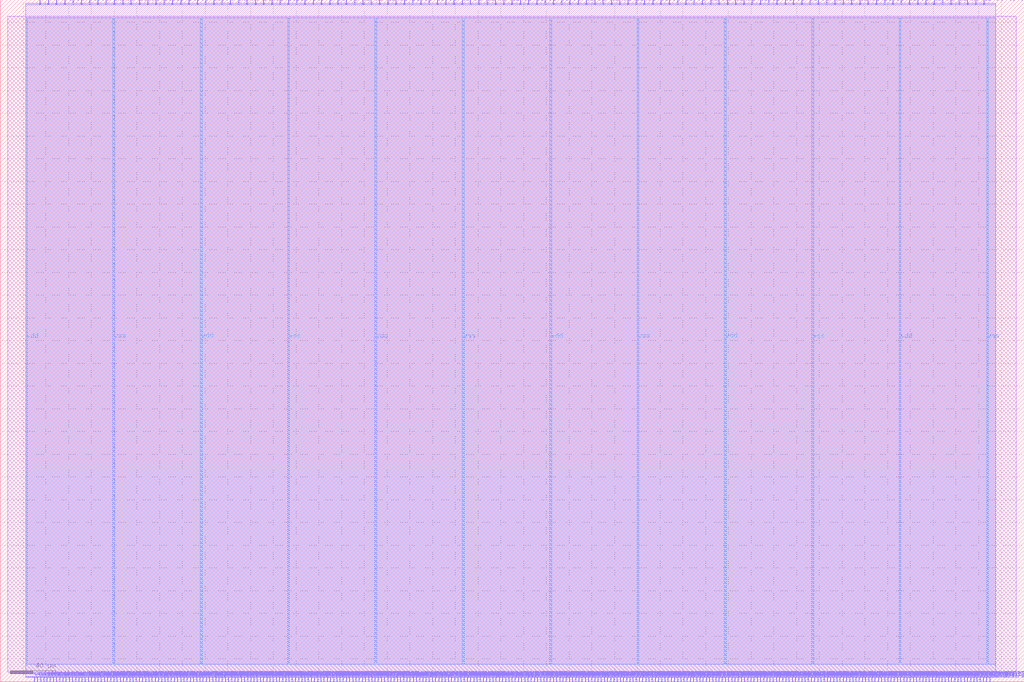
<source format=lef>
VERSION 5.7 ;
  NOWIREEXTENSIONATPIN ON ;
  DIVIDERCHAR "/" ;
  BUSBITCHARS "[]" ;
MACRO macro_golden
  CLASS BLOCK ;
  FOREIGN macro_golden ;
  ORIGIN 0.000 0.000 ;
  SIZE 900.000 BY 600.000 ;
  PIN io_active
    DIRECTION INPUT ;
    USE SIGNAL ;
    PORT
      LAYER Metal2 ;
        RECT 34.720 596.000 35.280 600.000 ;
    END
  END io_active
  PIN io_in[0]
    DIRECTION INPUT ;
    USE SIGNAL ;
    PORT
      LAYER Metal2 ;
        RECT 42.000 596.000 42.560 600.000 ;
    END
  END io_in[0]
  PIN io_in[10]
    DIRECTION INPUT ;
    USE SIGNAL ;
    PORT
      LAYER Metal2 ;
        RECT 260.400 596.000 260.960 600.000 ;
    END
  END io_in[10]
  PIN io_in[11]
    DIRECTION INPUT ;
    USE SIGNAL ;
    PORT
      LAYER Metal2 ;
        RECT 282.240 596.000 282.800 600.000 ;
    END
  END io_in[11]
  PIN io_in[12]
    DIRECTION INPUT ;
    USE SIGNAL ;
    PORT
      LAYER Metal2 ;
        RECT 304.080 596.000 304.640 600.000 ;
    END
  END io_in[12]
  PIN io_in[13]
    DIRECTION INPUT ;
    USE SIGNAL ;
    PORT
      LAYER Metal2 ;
        RECT 325.920 596.000 326.480 600.000 ;
    END
  END io_in[13]
  PIN io_in[14]
    DIRECTION INPUT ;
    USE SIGNAL ;
    PORT
      LAYER Metal2 ;
        RECT 347.760 596.000 348.320 600.000 ;
    END
  END io_in[14]
  PIN io_in[15]
    DIRECTION INPUT ;
    USE SIGNAL ;
    PORT
      LAYER Metal2 ;
        RECT 369.600 596.000 370.160 600.000 ;
    END
  END io_in[15]
  PIN io_in[16]
    DIRECTION INPUT ;
    USE SIGNAL ;
    PORT
      LAYER Metal2 ;
        RECT 391.440 596.000 392.000 600.000 ;
    END
  END io_in[16]
  PIN io_in[17]
    DIRECTION INPUT ;
    USE SIGNAL ;
    PORT
      LAYER Metal2 ;
        RECT 413.280 596.000 413.840 600.000 ;
    END
  END io_in[17]
  PIN io_in[18]
    DIRECTION INPUT ;
    USE SIGNAL ;
    PORT
      LAYER Metal2 ;
        RECT 435.120 596.000 435.680 600.000 ;
    END
  END io_in[18]
  PIN io_in[19]
    DIRECTION INPUT ;
    USE SIGNAL ;
    PORT
      LAYER Metal2 ;
        RECT 456.960 596.000 457.520 600.000 ;
    END
  END io_in[19]
  PIN io_in[1]
    DIRECTION INPUT ;
    USE SIGNAL ;
    PORT
      LAYER Metal2 ;
        RECT 63.840 596.000 64.400 600.000 ;
    END
  END io_in[1]
  PIN io_in[20]
    DIRECTION INPUT ;
    USE SIGNAL ;
    PORT
      LAYER Metal2 ;
        RECT 478.800 596.000 479.360 600.000 ;
    END
  END io_in[20]
  PIN io_in[21]
    DIRECTION INPUT ;
    USE SIGNAL ;
    PORT
      LAYER Metal2 ;
        RECT 500.640 596.000 501.200 600.000 ;
    END
  END io_in[21]
  PIN io_in[22]
    DIRECTION INPUT ;
    USE SIGNAL ;
    PORT
      LAYER Metal2 ;
        RECT 522.480 596.000 523.040 600.000 ;
    END
  END io_in[22]
  PIN io_in[23]
    DIRECTION INPUT ;
    USE SIGNAL ;
    PORT
      LAYER Metal2 ;
        RECT 544.320 596.000 544.880 600.000 ;
    END
  END io_in[23]
  PIN io_in[24]
    DIRECTION INPUT ;
    USE SIGNAL ;
    PORT
      LAYER Metal2 ;
        RECT 566.160 596.000 566.720 600.000 ;
    END
  END io_in[24]
  PIN io_in[25]
    DIRECTION INPUT ;
    USE SIGNAL ;
    PORT
      LAYER Metal2 ;
        RECT 588.000 596.000 588.560 600.000 ;
    END
  END io_in[25]
  PIN io_in[26]
    DIRECTION INPUT ;
    USE SIGNAL ;
    PORT
      LAYER Metal2 ;
        RECT 609.840 596.000 610.400 600.000 ;
    END
  END io_in[26]
  PIN io_in[27]
    DIRECTION INPUT ;
    USE SIGNAL ;
    PORT
      LAYER Metal2 ;
        RECT 631.680 596.000 632.240 600.000 ;
    END
  END io_in[27]
  PIN io_in[28]
    DIRECTION INPUT ;
    USE SIGNAL ;
    PORT
      LAYER Metal2 ;
        RECT 653.520 596.000 654.080 600.000 ;
    END
  END io_in[28]
  PIN io_in[29]
    DIRECTION INPUT ;
    USE SIGNAL ;
    PORT
      LAYER Metal2 ;
        RECT 675.360 596.000 675.920 600.000 ;
    END
  END io_in[29]
  PIN io_in[2]
    DIRECTION INPUT ;
    USE SIGNAL ;
    PORT
      LAYER Metal2 ;
        RECT 85.680 596.000 86.240 600.000 ;
    END
  END io_in[2]
  PIN io_in[30]
    DIRECTION INPUT ;
    USE SIGNAL ;
    PORT
      LAYER Metal2 ;
        RECT 697.200 596.000 697.760 600.000 ;
    END
  END io_in[30]
  PIN io_in[31]
    DIRECTION INPUT ;
    USE SIGNAL ;
    PORT
      LAYER Metal2 ;
        RECT 719.040 596.000 719.600 600.000 ;
    END
  END io_in[31]
  PIN io_in[32]
    DIRECTION INPUT ;
    USE SIGNAL ;
    PORT
      LAYER Metal2 ;
        RECT 740.880 596.000 741.440 600.000 ;
    END
  END io_in[32]
  PIN io_in[33]
    DIRECTION INPUT ;
    USE SIGNAL ;
    PORT
      LAYER Metal2 ;
        RECT 762.720 596.000 763.280 600.000 ;
    END
  END io_in[33]
  PIN io_in[34]
    DIRECTION INPUT ;
    USE SIGNAL ;
    PORT
      LAYER Metal2 ;
        RECT 784.560 596.000 785.120 600.000 ;
    END
  END io_in[34]
  PIN io_in[35]
    DIRECTION INPUT ;
    USE SIGNAL ;
    PORT
      LAYER Metal2 ;
        RECT 806.400 596.000 806.960 600.000 ;
    END
  END io_in[35]
  PIN io_in[36]
    DIRECTION INPUT ;
    USE SIGNAL ;
    PORT
      LAYER Metal2 ;
        RECT 828.240 596.000 828.800 600.000 ;
    END
  END io_in[36]
  PIN io_in[37]
    DIRECTION INPUT ;
    USE SIGNAL ;
    PORT
      LAYER Metal2 ;
        RECT 850.080 596.000 850.640 600.000 ;
    END
  END io_in[37]
  PIN io_in[3]
    DIRECTION INPUT ;
    USE SIGNAL ;
    PORT
      LAYER Metal2 ;
        RECT 107.520 596.000 108.080 600.000 ;
    END
  END io_in[3]
  PIN io_in[4]
    DIRECTION INPUT ;
    USE SIGNAL ;
    PORT
      LAYER Metal2 ;
        RECT 129.360 596.000 129.920 600.000 ;
    END
  END io_in[4]
  PIN io_in[5]
    DIRECTION INPUT ;
    USE SIGNAL ;
    PORT
      LAYER Metal2 ;
        RECT 151.200 596.000 151.760 600.000 ;
    END
  END io_in[5]
  PIN io_in[6]
    DIRECTION INPUT ;
    USE SIGNAL ;
    PORT
      LAYER Metal2 ;
        RECT 173.040 596.000 173.600 600.000 ;
    END
  END io_in[6]
  PIN io_in[7]
    DIRECTION INPUT ;
    USE SIGNAL ;
    PORT
      LAYER Metal2 ;
        RECT 194.880 596.000 195.440 600.000 ;
    END
  END io_in[7]
  PIN io_in[8]
    DIRECTION INPUT ;
    USE SIGNAL ;
    PORT
      LAYER Metal2 ;
        RECT 216.720 596.000 217.280 600.000 ;
    END
  END io_in[8]
  PIN io_in[9]
    DIRECTION INPUT ;
    USE SIGNAL ;
    PORT
      LAYER Metal2 ;
        RECT 238.560 596.000 239.120 600.000 ;
    END
  END io_in[9]
  PIN io_oeb[0]
    DIRECTION OUTPUT TRISTATE ;
    USE SIGNAL ;
    PORT
      LAYER Metal2 ;
        RECT 49.280 596.000 49.840 600.000 ;
    END
  END io_oeb[0]
  PIN io_oeb[10]
    DIRECTION OUTPUT TRISTATE ;
    USE SIGNAL ;
    PORT
      LAYER Metal2 ;
        RECT 267.680 596.000 268.240 600.000 ;
    END
  END io_oeb[10]
  PIN io_oeb[11]
    DIRECTION OUTPUT TRISTATE ;
    USE SIGNAL ;
    PORT
      LAYER Metal2 ;
        RECT 289.520 596.000 290.080 600.000 ;
    END
  END io_oeb[11]
  PIN io_oeb[12]
    DIRECTION OUTPUT TRISTATE ;
    USE SIGNAL ;
    PORT
      LAYER Metal2 ;
        RECT 311.360 596.000 311.920 600.000 ;
    END
  END io_oeb[12]
  PIN io_oeb[13]
    DIRECTION OUTPUT TRISTATE ;
    USE SIGNAL ;
    PORT
      LAYER Metal2 ;
        RECT 333.200 596.000 333.760 600.000 ;
    END
  END io_oeb[13]
  PIN io_oeb[14]
    DIRECTION OUTPUT TRISTATE ;
    USE SIGNAL ;
    PORT
      LAYER Metal2 ;
        RECT 355.040 596.000 355.600 600.000 ;
    END
  END io_oeb[14]
  PIN io_oeb[15]
    DIRECTION OUTPUT TRISTATE ;
    USE SIGNAL ;
    PORT
      LAYER Metal2 ;
        RECT 376.880 596.000 377.440 600.000 ;
    END
  END io_oeb[15]
  PIN io_oeb[16]
    DIRECTION OUTPUT TRISTATE ;
    USE SIGNAL ;
    PORT
      LAYER Metal2 ;
        RECT 398.720 596.000 399.280 600.000 ;
    END
  END io_oeb[16]
  PIN io_oeb[17]
    DIRECTION OUTPUT TRISTATE ;
    USE SIGNAL ;
    PORT
      LAYER Metal2 ;
        RECT 420.560 596.000 421.120 600.000 ;
    END
  END io_oeb[17]
  PIN io_oeb[18]
    DIRECTION OUTPUT TRISTATE ;
    USE SIGNAL ;
    PORT
      LAYER Metal2 ;
        RECT 442.400 596.000 442.960 600.000 ;
    END
  END io_oeb[18]
  PIN io_oeb[19]
    DIRECTION OUTPUT TRISTATE ;
    USE SIGNAL ;
    PORT
      LAYER Metal2 ;
        RECT 464.240 596.000 464.800 600.000 ;
    END
  END io_oeb[19]
  PIN io_oeb[1]
    DIRECTION OUTPUT TRISTATE ;
    USE SIGNAL ;
    PORT
      LAYER Metal2 ;
        RECT 71.120 596.000 71.680 600.000 ;
    END
  END io_oeb[1]
  PIN io_oeb[20]
    DIRECTION OUTPUT TRISTATE ;
    USE SIGNAL ;
    PORT
      LAYER Metal2 ;
        RECT 486.080 596.000 486.640 600.000 ;
    END
  END io_oeb[20]
  PIN io_oeb[21]
    DIRECTION OUTPUT TRISTATE ;
    USE SIGNAL ;
    PORT
      LAYER Metal2 ;
        RECT 507.920 596.000 508.480 600.000 ;
    END
  END io_oeb[21]
  PIN io_oeb[22]
    DIRECTION OUTPUT TRISTATE ;
    USE SIGNAL ;
    PORT
      LAYER Metal2 ;
        RECT 529.760 596.000 530.320 600.000 ;
    END
  END io_oeb[22]
  PIN io_oeb[23]
    DIRECTION OUTPUT TRISTATE ;
    USE SIGNAL ;
    PORT
      LAYER Metal2 ;
        RECT 551.600 596.000 552.160 600.000 ;
    END
  END io_oeb[23]
  PIN io_oeb[24]
    DIRECTION OUTPUT TRISTATE ;
    USE SIGNAL ;
    PORT
      LAYER Metal2 ;
        RECT 573.440 596.000 574.000 600.000 ;
    END
  END io_oeb[24]
  PIN io_oeb[25]
    DIRECTION OUTPUT TRISTATE ;
    USE SIGNAL ;
    PORT
      LAYER Metal2 ;
        RECT 595.280 596.000 595.840 600.000 ;
    END
  END io_oeb[25]
  PIN io_oeb[26]
    DIRECTION OUTPUT TRISTATE ;
    USE SIGNAL ;
    PORT
      LAYER Metal2 ;
        RECT 617.120 596.000 617.680 600.000 ;
    END
  END io_oeb[26]
  PIN io_oeb[27]
    DIRECTION OUTPUT TRISTATE ;
    USE SIGNAL ;
    PORT
      LAYER Metal2 ;
        RECT 638.960 596.000 639.520 600.000 ;
    END
  END io_oeb[27]
  PIN io_oeb[28]
    DIRECTION OUTPUT TRISTATE ;
    USE SIGNAL ;
    PORT
      LAYER Metal2 ;
        RECT 660.800 596.000 661.360 600.000 ;
    END
  END io_oeb[28]
  PIN io_oeb[29]
    DIRECTION OUTPUT TRISTATE ;
    USE SIGNAL ;
    PORT
      LAYER Metal2 ;
        RECT 682.640 596.000 683.200 600.000 ;
    END
  END io_oeb[29]
  PIN io_oeb[2]
    DIRECTION OUTPUT TRISTATE ;
    USE SIGNAL ;
    PORT
      LAYER Metal2 ;
        RECT 92.960 596.000 93.520 600.000 ;
    END
  END io_oeb[2]
  PIN io_oeb[30]
    DIRECTION OUTPUT TRISTATE ;
    USE SIGNAL ;
    PORT
      LAYER Metal2 ;
        RECT 704.480 596.000 705.040 600.000 ;
    END
  END io_oeb[30]
  PIN io_oeb[31]
    DIRECTION OUTPUT TRISTATE ;
    USE SIGNAL ;
    PORT
      LAYER Metal2 ;
        RECT 726.320 596.000 726.880 600.000 ;
    END
  END io_oeb[31]
  PIN io_oeb[32]
    DIRECTION OUTPUT TRISTATE ;
    USE SIGNAL ;
    PORT
      LAYER Metal2 ;
        RECT 748.160 596.000 748.720 600.000 ;
    END
  END io_oeb[32]
  PIN io_oeb[33]
    DIRECTION OUTPUT TRISTATE ;
    USE SIGNAL ;
    PORT
      LAYER Metal2 ;
        RECT 770.000 596.000 770.560 600.000 ;
    END
  END io_oeb[33]
  PIN io_oeb[34]
    DIRECTION OUTPUT TRISTATE ;
    USE SIGNAL ;
    PORT
      LAYER Metal2 ;
        RECT 791.840 596.000 792.400 600.000 ;
    END
  END io_oeb[34]
  PIN io_oeb[35]
    DIRECTION OUTPUT TRISTATE ;
    USE SIGNAL ;
    PORT
      LAYER Metal2 ;
        RECT 813.680 596.000 814.240 600.000 ;
    END
  END io_oeb[35]
  PIN io_oeb[36]
    DIRECTION OUTPUT TRISTATE ;
    USE SIGNAL ;
    PORT
      LAYER Metal2 ;
        RECT 835.520 596.000 836.080 600.000 ;
    END
  END io_oeb[36]
  PIN io_oeb[37]
    DIRECTION OUTPUT TRISTATE ;
    USE SIGNAL ;
    PORT
      LAYER Metal2 ;
        RECT 857.360 596.000 857.920 600.000 ;
    END
  END io_oeb[37]
  PIN io_oeb[3]
    DIRECTION OUTPUT TRISTATE ;
    USE SIGNAL ;
    PORT
      LAYER Metal2 ;
        RECT 114.800 596.000 115.360 600.000 ;
    END
  END io_oeb[3]
  PIN io_oeb[4]
    DIRECTION OUTPUT TRISTATE ;
    USE SIGNAL ;
    PORT
      LAYER Metal2 ;
        RECT 136.640 596.000 137.200 600.000 ;
    END
  END io_oeb[4]
  PIN io_oeb[5]
    DIRECTION OUTPUT TRISTATE ;
    USE SIGNAL ;
    PORT
      LAYER Metal2 ;
        RECT 158.480 596.000 159.040 600.000 ;
    END
  END io_oeb[5]
  PIN io_oeb[6]
    DIRECTION OUTPUT TRISTATE ;
    USE SIGNAL ;
    PORT
      LAYER Metal2 ;
        RECT 180.320 596.000 180.880 600.000 ;
    END
  END io_oeb[6]
  PIN io_oeb[7]
    DIRECTION OUTPUT TRISTATE ;
    USE SIGNAL ;
    PORT
      LAYER Metal2 ;
        RECT 202.160 596.000 202.720 600.000 ;
    END
  END io_oeb[7]
  PIN io_oeb[8]
    DIRECTION OUTPUT TRISTATE ;
    USE SIGNAL ;
    PORT
      LAYER Metal2 ;
        RECT 224.000 596.000 224.560 600.000 ;
    END
  END io_oeb[8]
  PIN io_oeb[9]
    DIRECTION OUTPUT TRISTATE ;
    USE SIGNAL ;
    PORT
      LAYER Metal2 ;
        RECT 245.840 596.000 246.400 600.000 ;
    END
  END io_oeb[9]
  PIN io_out[0]
    DIRECTION OUTPUT TRISTATE ;
    USE SIGNAL ;
    PORT
      LAYER Metal2 ;
        RECT 56.560 596.000 57.120 600.000 ;
    END
  END io_out[0]
  PIN io_out[10]
    DIRECTION OUTPUT TRISTATE ;
    USE SIGNAL ;
    PORT
      LAYER Metal2 ;
        RECT 274.960 596.000 275.520 600.000 ;
    END
  END io_out[10]
  PIN io_out[11]
    DIRECTION OUTPUT TRISTATE ;
    USE SIGNAL ;
    PORT
      LAYER Metal2 ;
        RECT 296.800 596.000 297.360 600.000 ;
    END
  END io_out[11]
  PIN io_out[12]
    DIRECTION OUTPUT TRISTATE ;
    USE SIGNAL ;
    PORT
      LAYER Metal2 ;
        RECT 318.640 596.000 319.200 600.000 ;
    END
  END io_out[12]
  PIN io_out[13]
    DIRECTION OUTPUT TRISTATE ;
    USE SIGNAL ;
    PORT
      LAYER Metal2 ;
        RECT 340.480 596.000 341.040 600.000 ;
    END
  END io_out[13]
  PIN io_out[14]
    DIRECTION OUTPUT TRISTATE ;
    USE SIGNAL ;
    PORT
      LAYER Metal2 ;
        RECT 362.320 596.000 362.880 600.000 ;
    END
  END io_out[14]
  PIN io_out[15]
    DIRECTION OUTPUT TRISTATE ;
    USE SIGNAL ;
    PORT
      LAYER Metal2 ;
        RECT 384.160 596.000 384.720 600.000 ;
    END
  END io_out[15]
  PIN io_out[16]
    DIRECTION OUTPUT TRISTATE ;
    USE SIGNAL ;
    PORT
      LAYER Metal2 ;
        RECT 406.000 596.000 406.560 600.000 ;
    END
  END io_out[16]
  PIN io_out[17]
    DIRECTION OUTPUT TRISTATE ;
    USE SIGNAL ;
    PORT
      LAYER Metal2 ;
        RECT 427.840 596.000 428.400 600.000 ;
    END
  END io_out[17]
  PIN io_out[18]
    DIRECTION OUTPUT TRISTATE ;
    USE SIGNAL ;
    PORT
      LAYER Metal2 ;
        RECT 449.680 596.000 450.240 600.000 ;
    END
  END io_out[18]
  PIN io_out[19]
    DIRECTION OUTPUT TRISTATE ;
    USE SIGNAL ;
    PORT
      LAYER Metal2 ;
        RECT 471.520 596.000 472.080 600.000 ;
    END
  END io_out[19]
  PIN io_out[1]
    DIRECTION OUTPUT TRISTATE ;
    USE SIGNAL ;
    PORT
      LAYER Metal2 ;
        RECT 78.400 596.000 78.960 600.000 ;
    END
  END io_out[1]
  PIN io_out[20]
    DIRECTION OUTPUT TRISTATE ;
    USE SIGNAL ;
    PORT
      LAYER Metal2 ;
        RECT 493.360 596.000 493.920 600.000 ;
    END
  END io_out[20]
  PIN io_out[21]
    DIRECTION OUTPUT TRISTATE ;
    USE SIGNAL ;
    PORT
      LAYER Metal2 ;
        RECT 515.200 596.000 515.760 600.000 ;
    END
  END io_out[21]
  PIN io_out[22]
    DIRECTION OUTPUT TRISTATE ;
    USE SIGNAL ;
    PORT
      LAYER Metal2 ;
        RECT 537.040 596.000 537.600 600.000 ;
    END
  END io_out[22]
  PIN io_out[23]
    DIRECTION OUTPUT TRISTATE ;
    USE SIGNAL ;
    PORT
      LAYER Metal2 ;
        RECT 558.880 596.000 559.440 600.000 ;
    END
  END io_out[23]
  PIN io_out[24]
    DIRECTION OUTPUT TRISTATE ;
    USE SIGNAL ;
    PORT
      LAYER Metal2 ;
        RECT 580.720 596.000 581.280 600.000 ;
    END
  END io_out[24]
  PIN io_out[25]
    DIRECTION OUTPUT TRISTATE ;
    USE SIGNAL ;
    PORT
      LAYER Metal2 ;
        RECT 602.560 596.000 603.120 600.000 ;
    END
  END io_out[25]
  PIN io_out[26]
    DIRECTION OUTPUT TRISTATE ;
    USE SIGNAL ;
    PORT
      LAYER Metal2 ;
        RECT 624.400 596.000 624.960 600.000 ;
    END
  END io_out[26]
  PIN io_out[27]
    DIRECTION OUTPUT TRISTATE ;
    USE SIGNAL ;
    PORT
      LAYER Metal2 ;
        RECT 646.240 596.000 646.800 600.000 ;
    END
  END io_out[27]
  PIN io_out[28]
    DIRECTION OUTPUT TRISTATE ;
    USE SIGNAL ;
    PORT
      LAYER Metal2 ;
        RECT 668.080 596.000 668.640 600.000 ;
    END
  END io_out[28]
  PIN io_out[29]
    DIRECTION OUTPUT TRISTATE ;
    USE SIGNAL ;
    PORT
      LAYER Metal2 ;
        RECT 689.920 596.000 690.480 600.000 ;
    END
  END io_out[29]
  PIN io_out[2]
    DIRECTION OUTPUT TRISTATE ;
    USE SIGNAL ;
    PORT
      LAYER Metal2 ;
        RECT 100.240 596.000 100.800 600.000 ;
    END
  END io_out[2]
  PIN io_out[30]
    DIRECTION OUTPUT TRISTATE ;
    USE SIGNAL ;
    PORT
      LAYER Metal2 ;
        RECT 711.760 596.000 712.320 600.000 ;
    END
  END io_out[30]
  PIN io_out[31]
    DIRECTION OUTPUT TRISTATE ;
    USE SIGNAL ;
    PORT
      LAYER Metal2 ;
        RECT 733.600 596.000 734.160 600.000 ;
    END
  END io_out[31]
  PIN io_out[32]
    DIRECTION OUTPUT TRISTATE ;
    USE SIGNAL ;
    PORT
      LAYER Metal2 ;
        RECT 755.440 596.000 756.000 600.000 ;
    END
  END io_out[32]
  PIN io_out[33]
    DIRECTION OUTPUT TRISTATE ;
    USE SIGNAL ;
    PORT
      LAYER Metal2 ;
        RECT 777.280 596.000 777.840 600.000 ;
    END
  END io_out[33]
  PIN io_out[34]
    DIRECTION OUTPUT TRISTATE ;
    USE SIGNAL ;
    PORT
      LAYER Metal2 ;
        RECT 799.120 596.000 799.680 600.000 ;
    END
  END io_out[34]
  PIN io_out[35]
    DIRECTION OUTPUT TRISTATE ;
    USE SIGNAL ;
    PORT
      LAYER Metal2 ;
        RECT 820.960 596.000 821.520 600.000 ;
    END
  END io_out[35]
  PIN io_out[36]
    DIRECTION OUTPUT TRISTATE ;
    USE SIGNAL ;
    PORT
      LAYER Metal2 ;
        RECT 842.800 596.000 843.360 600.000 ;
    END
  END io_out[36]
  PIN io_out[37]
    DIRECTION OUTPUT TRISTATE ;
    USE SIGNAL ;
    PORT
      LAYER Metal2 ;
        RECT 864.640 596.000 865.200 600.000 ;
    END
  END io_out[37]
  PIN io_out[3]
    DIRECTION OUTPUT TRISTATE ;
    USE SIGNAL ;
    PORT
      LAYER Metal2 ;
        RECT 122.080 596.000 122.640 600.000 ;
    END
  END io_out[3]
  PIN io_out[4]
    DIRECTION OUTPUT TRISTATE ;
    USE SIGNAL ;
    PORT
      LAYER Metal2 ;
        RECT 143.920 596.000 144.480 600.000 ;
    END
  END io_out[4]
  PIN io_out[5]
    DIRECTION OUTPUT TRISTATE ;
    USE SIGNAL ;
    PORT
      LAYER Metal2 ;
        RECT 165.760 596.000 166.320 600.000 ;
    END
  END io_out[5]
  PIN io_out[6]
    DIRECTION OUTPUT TRISTATE ;
    USE SIGNAL ;
    PORT
      LAYER Metal2 ;
        RECT 187.600 596.000 188.160 600.000 ;
    END
  END io_out[6]
  PIN io_out[7]
    DIRECTION OUTPUT TRISTATE ;
    USE SIGNAL ;
    PORT
      LAYER Metal2 ;
        RECT 209.440 596.000 210.000 600.000 ;
    END
  END io_out[7]
  PIN io_out[8]
    DIRECTION OUTPUT TRISTATE ;
    USE SIGNAL ;
    PORT
      LAYER Metal2 ;
        RECT 231.280 596.000 231.840 600.000 ;
    END
  END io_out[8]
  PIN io_out[9]
    DIRECTION OUTPUT TRISTATE ;
    USE SIGNAL ;
    PORT
      LAYER Metal2 ;
        RECT 253.120 596.000 253.680 600.000 ;
    END
  END io_out[9]
  PIN irq[0]
    DIRECTION OUTPUT TRISTATE ;
    USE SIGNAL ;
    PORT
      LAYER Metal2 ;
        RECT 864.080 0.000 864.640 4.000 ;
    END
  END irq[0]
  PIN irq[1]
    DIRECTION OUTPUT TRISTATE ;
    USE SIGNAL ;
    PORT
      LAYER Metal2 ;
        RECT 866.880 0.000 867.440 4.000 ;
    END
  END irq[1]
  PIN irq[2]
    DIRECTION OUTPUT TRISTATE ;
    USE SIGNAL ;
    PORT
      LAYER Metal2 ;
        RECT 869.680 0.000 870.240 4.000 ;
    END
  END irq[2]
  PIN la_data_in[0]
    DIRECTION INPUT ;
    USE SIGNAL ;
    PORT
      LAYER Metal2 ;
        RECT 326.480 0.000 327.040 4.000 ;
    END
  END la_data_in[0]
  PIN la_data_in[10]
    DIRECTION INPUT ;
    USE SIGNAL ;
    PORT
      LAYER Metal2 ;
        RECT 410.480 0.000 411.040 4.000 ;
    END
  END la_data_in[10]
  PIN la_data_in[11]
    DIRECTION INPUT ;
    USE SIGNAL ;
    PORT
      LAYER Metal2 ;
        RECT 418.880 0.000 419.440 4.000 ;
    END
  END la_data_in[11]
  PIN la_data_in[12]
    DIRECTION INPUT ;
    USE SIGNAL ;
    PORT
      LAYER Metal2 ;
        RECT 427.280 0.000 427.840 4.000 ;
    END
  END la_data_in[12]
  PIN la_data_in[13]
    DIRECTION INPUT ;
    USE SIGNAL ;
    PORT
      LAYER Metal2 ;
        RECT 435.680 0.000 436.240 4.000 ;
    END
  END la_data_in[13]
  PIN la_data_in[14]
    DIRECTION INPUT ;
    USE SIGNAL ;
    PORT
      LAYER Metal2 ;
        RECT 444.080 0.000 444.640 4.000 ;
    END
  END la_data_in[14]
  PIN la_data_in[15]
    DIRECTION INPUT ;
    USE SIGNAL ;
    PORT
      LAYER Metal2 ;
        RECT 452.480 0.000 453.040 4.000 ;
    END
  END la_data_in[15]
  PIN la_data_in[16]
    DIRECTION INPUT ;
    USE SIGNAL ;
    PORT
      LAYER Metal2 ;
        RECT 460.880 0.000 461.440 4.000 ;
    END
  END la_data_in[16]
  PIN la_data_in[17]
    DIRECTION INPUT ;
    USE SIGNAL ;
    PORT
      LAYER Metal2 ;
        RECT 469.280 0.000 469.840 4.000 ;
    END
  END la_data_in[17]
  PIN la_data_in[18]
    DIRECTION INPUT ;
    USE SIGNAL ;
    PORT
      LAYER Metal2 ;
        RECT 477.680 0.000 478.240 4.000 ;
    END
  END la_data_in[18]
  PIN la_data_in[19]
    DIRECTION INPUT ;
    USE SIGNAL ;
    PORT
      LAYER Metal2 ;
        RECT 486.080 0.000 486.640 4.000 ;
    END
  END la_data_in[19]
  PIN la_data_in[1]
    DIRECTION INPUT ;
    USE SIGNAL ;
    PORT
      LAYER Metal2 ;
        RECT 334.880 0.000 335.440 4.000 ;
    END
  END la_data_in[1]
  PIN la_data_in[20]
    DIRECTION INPUT ;
    USE SIGNAL ;
    PORT
      LAYER Metal2 ;
        RECT 494.480 0.000 495.040 4.000 ;
    END
  END la_data_in[20]
  PIN la_data_in[21]
    DIRECTION INPUT ;
    USE SIGNAL ;
    PORT
      LAYER Metal2 ;
        RECT 502.880 0.000 503.440 4.000 ;
    END
  END la_data_in[21]
  PIN la_data_in[22]
    DIRECTION INPUT ;
    USE SIGNAL ;
    PORT
      LAYER Metal2 ;
        RECT 511.280 0.000 511.840 4.000 ;
    END
  END la_data_in[22]
  PIN la_data_in[23]
    DIRECTION INPUT ;
    USE SIGNAL ;
    PORT
      LAYER Metal2 ;
        RECT 519.680 0.000 520.240 4.000 ;
    END
  END la_data_in[23]
  PIN la_data_in[24]
    DIRECTION INPUT ;
    USE SIGNAL ;
    PORT
      LAYER Metal2 ;
        RECT 528.080 0.000 528.640 4.000 ;
    END
  END la_data_in[24]
  PIN la_data_in[25]
    DIRECTION INPUT ;
    USE SIGNAL ;
    PORT
      LAYER Metal2 ;
        RECT 536.480 0.000 537.040 4.000 ;
    END
  END la_data_in[25]
  PIN la_data_in[26]
    DIRECTION INPUT ;
    USE SIGNAL ;
    PORT
      LAYER Metal2 ;
        RECT 544.880 0.000 545.440 4.000 ;
    END
  END la_data_in[26]
  PIN la_data_in[27]
    DIRECTION INPUT ;
    USE SIGNAL ;
    PORT
      LAYER Metal2 ;
        RECT 553.280 0.000 553.840 4.000 ;
    END
  END la_data_in[27]
  PIN la_data_in[28]
    DIRECTION INPUT ;
    USE SIGNAL ;
    PORT
      LAYER Metal2 ;
        RECT 561.680 0.000 562.240 4.000 ;
    END
  END la_data_in[28]
  PIN la_data_in[29]
    DIRECTION INPUT ;
    USE SIGNAL ;
    PORT
      LAYER Metal2 ;
        RECT 570.080 0.000 570.640 4.000 ;
    END
  END la_data_in[29]
  PIN la_data_in[2]
    DIRECTION INPUT ;
    USE SIGNAL ;
    PORT
      LAYER Metal2 ;
        RECT 343.280 0.000 343.840 4.000 ;
    END
  END la_data_in[2]
  PIN la_data_in[30]
    DIRECTION INPUT ;
    USE SIGNAL ;
    PORT
      LAYER Metal2 ;
        RECT 578.480 0.000 579.040 4.000 ;
    END
  END la_data_in[30]
  PIN la_data_in[31]
    DIRECTION INPUT ;
    USE SIGNAL ;
    PORT
      LAYER Metal2 ;
        RECT 586.880 0.000 587.440 4.000 ;
    END
  END la_data_in[31]
  PIN la_data_in[32]
    DIRECTION INPUT ;
    USE SIGNAL ;
    PORT
      LAYER Metal2 ;
        RECT 595.280 0.000 595.840 4.000 ;
    END
  END la_data_in[32]
  PIN la_data_in[33]
    DIRECTION INPUT ;
    USE SIGNAL ;
    PORT
      LAYER Metal2 ;
        RECT 603.680 0.000 604.240 4.000 ;
    END
  END la_data_in[33]
  PIN la_data_in[34]
    DIRECTION INPUT ;
    USE SIGNAL ;
    PORT
      LAYER Metal2 ;
        RECT 612.080 0.000 612.640 4.000 ;
    END
  END la_data_in[34]
  PIN la_data_in[35]
    DIRECTION INPUT ;
    USE SIGNAL ;
    PORT
      LAYER Metal2 ;
        RECT 620.480 0.000 621.040 4.000 ;
    END
  END la_data_in[35]
  PIN la_data_in[36]
    DIRECTION INPUT ;
    USE SIGNAL ;
    PORT
      LAYER Metal2 ;
        RECT 628.880 0.000 629.440 4.000 ;
    END
  END la_data_in[36]
  PIN la_data_in[37]
    DIRECTION INPUT ;
    USE SIGNAL ;
    PORT
      LAYER Metal2 ;
        RECT 637.280 0.000 637.840 4.000 ;
    END
  END la_data_in[37]
  PIN la_data_in[38]
    DIRECTION INPUT ;
    USE SIGNAL ;
    PORT
      LAYER Metal2 ;
        RECT 645.680 0.000 646.240 4.000 ;
    END
  END la_data_in[38]
  PIN la_data_in[39]
    DIRECTION INPUT ;
    USE SIGNAL ;
    PORT
      LAYER Metal2 ;
        RECT 654.080 0.000 654.640 4.000 ;
    END
  END la_data_in[39]
  PIN la_data_in[3]
    DIRECTION INPUT ;
    USE SIGNAL ;
    PORT
      LAYER Metal2 ;
        RECT 351.680 0.000 352.240 4.000 ;
    END
  END la_data_in[3]
  PIN la_data_in[40]
    DIRECTION INPUT ;
    USE SIGNAL ;
    PORT
      LAYER Metal2 ;
        RECT 662.480 0.000 663.040 4.000 ;
    END
  END la_data_in[40]
  PIN la_data_in[41]
    DIRECTION INPUT ;
    USE SIGNAL ;
    PORT
      LAYER Metal2 ;
        RECT 670.880 0.000 671.440 4.000 ;
    END
  END la_data_in[41]
  PIN la_data_in[42]
    DIRECTION INPUT ;
    USE SIGNAL ;
    PORT
      LAYER Metal2 ;
        RECT 679.280 0.000 679.840 4.000 ;
    END
  END la_data_in[42]
  PIN la_data_in[43]
    DIRECTION INPUT ;
    USE SIGNAL ;
    PORT
      LAYER Metal2 ;
        RECT 687.680 0.000 688.240 4.000 ;
    END
  END la_data_in[43]
  PIN la_data_in[44]
    DIRECTION INPUT ;
    USE SIGNAL ;
    PORT
      LAYER Metal2 ;
        RECT 696.080 0.000 696.640 4.000 ;
    END
  END la_data_in[44]
  PIN la_data_in[45]
    DIRECTION INPUT ;
    USE SIGNAL ;
    PORT
      LAYER Metal2 ;
        RECT 704.480 0.000 705.040 4.000 ;
    END
  END la_data_in[45]
  PIN la_data_in[46]
    DIRECTION INPUT ;
    USE SIGNAL ;
    PORT
      LAYER Metal2 ;
        RECT 712.880 0.000 713.440 4.000 ;
    END
  END la_data_in[46]
  PIN la_data_in[47]
    DIRECTION INPUT ;
    USE SIGNAL ;
    PORT
      LAYER Metal2 ;
        RECT 721.280 0.000 721.840 4.000 ;
    END
  END la_data_in[47]
  PIN la_data_in[48]
    DIRECTION INPUT ;
    USE SIGNAL ;
    PORT
      LAYER Metal2 ;
        RECT 729.680 0.000 730.240 4.000 ;
    END
  END la_data_in[48]
  PIN la_data_in[49]
    DIRECTION INPUT ;
    USE SIGNAL ;
    PORT
      LAYER Metal2 ;
        RECT 738.080 0.000 738.640 4.000 ;
    END
  END la_data_in[49]
  PIN la_data_in[4]
    DIRECTION INPUT ;
    USE SIGNAL ;
    PORT
      LAYER Metal2 ;
        RECT 360.080 0.000 360.640 4.000 ;
    END
  END la_data_in[4]
  PIN la_data_in[50]
    DIRECTION INPUT ;
    USE SIGNAL ;
    PORT
      LAYER Metal2 ;
        RECT 746.480 0.000 747.040 4.000 ;
    END
  END la_data_in[50]
  PIN la_data_in[51]
    DIRECTION INPUT ;
    USE SIGNAL ;
    PORT
      LAYER Metal2 ;
        RECT 754.880 0.000 755.440 4.000 ;
    END
  END la_data_in[51]
  PIN la_data_in[52]
    DIRECTION INPUT ;
    USE SIGNAL ;
    PORT
      LAYER Metal2 ;
        RECT 763.280 0.000 763.840 4.000 ;
    END
  END la_data_in[52]
  PIN la_data_in[53]
    DIRECTION INPUT ;
    USE SIGNAL ;
    PORT
      LAYER Metal2 ;
        RECT 771.680 0.000 772.240 4.000 ;
    END
  END la_data_in[53]
  PIN la_data_in[54]
    DIRECTION INPUT ;
    USE SIGNAL ;
    PORT
      LAYER Metal2 ;
        RECT 780.080 0.000 780.640 4.000 ;
    END
  END la_data_in[54]
  PIN la_data_in[55]
    DIRECTION INPUT ;
    USE SIGNAL ;
    PORT
      LAYER Metal2 ;
        RECT 788.480 0.000 789.040 4.000 ;
    END
  END la_data_in[55]
  PIN la_data_in[56]
    DIRECTION INPUT ;
    USE SIGNAL ;
    PORT
      LAYER Metal2 ;
        RECT 796.880 0.000 797.440 4.000 ;
    END
  END la_data_in[56]
  PIN la_data_in[57]
    DIRECTION INPUT ;
    USE SIGNAL ;
    PORT
      LAYER Metal2 ;
        RECT 805.280 0.000 805.840 4.000 ;
    END
  END la_data_in[57]
  PIN la_data_in[58]
    DIRECTION INPUT ;
    USE SIGNAL ;
    PORT
      LAYER Metal2 ;
        RECT 813.680 0.000 814.240 4.000 ;
    END
  END la_data_in[58]
  PIN la_data_in[59]
    DIRECTION INPUT ;
    USE SIGNAL ;
    PORT
      LAYER Metal2 ;
        RECT 822.080 0.000 822.640 4.000 ;
    END
  END la_data_in[59]
  PIN la_data_in[5]
    DIRECTION INPUT ;
    USE SIGNAL ;
    PORT
      LAYER Metal2 ;
        RECT 368.480 0.000 369.040 4.000 ;
    END
  END la_data_in[5]
  PIN la_data_in[60]
    DIRECTION INPUT ;
    USE SIGNAL ;
    PORT
      LAYER Metal2 ;
        RECT 830.480 0.000 831.040 4.000 ;
    END
  END la_data_in[60]
  PIN la_data_in[61]
    DIRECTION INPUT ;
    USE SIGNAL ;
    PORT
      LAYER Metal2 ;
        RECT 838.880 0.000 839.440 4.000 ;
    END
  END la_data_in[61]
  PIN la_data_in[62]
    DIRECTION INPUT ;
    USE SIGNAL ;
    PORT
      LAYER Metal2 ;
        RECT 847.280 0.000 847.840 4.000 ;
    END
  END la_data_in[62]
  PIN la_data_in[63]
    DIRECTION INPUT ;
    USE SIGNAL ;
    PORT
      LAYER Metal2 ;
        RECT 855.680 0.000 856.240 4.000 ;
    END
  END la_data_in[63]
  PIN la_data_in[6]
    DIRECTION INPUT ;
    USE SIGNAL ;
    PORT
      LAYER Metal2 ;
        RECT 376.880 0.000 377.440 4.000 ;
    END
  END la_data_in[6]
  PIN la_data_in[7]
    DIRECTION INPUT ;
    USE SIGNAL ;
    PORT
      LAYER Metal2 ;
        RECT 385.280 0.000 385.840 4.000 ;
    END
  END la_data_in[7]
  PIN la_data_in[8]
    DIRECTION INPUT ;
    USE SIGNAL ;
    PORT
      LAYER Metal2 ;
        RECT 393.680 0.000 394.240 4.000 ;
    END
  END la_data_in[8]
  PIN la_data_in[9]
    DIRECTION INPUT ;
    USE SIGNAL ;
    PORT
      LAYER Metal2 ;
        RECT 402.080 0.000 402.640 4.000 ;
    END
  END la_data_in[9]
  PIN la_data_out[0]
    DIRECTION OUTPUT TRISTATE ;
    USE SIGNAL ;
    PORT
      LAYER Metal2 ;
        RECT 329.280 0.000 329.840 4.000 ;
    END
  END la_data_out[0]
  PIN la_data_out[10]
    DIRECTION OUTPUT TRISTATE ;
    USE SIGNAL ;
    PORT
      LAYER Metal2 ;
        RECT 413.280 0.000 413.840 4.000 ;
    END
  END la_data_out[10]
  PIN la_data_out[11]
    DIRECTION OUTPUT TRISTATE ;
    USE SIGNAL ;
    PORT
      LAYER Metal2 ;
        RECT 421.680 0.000 422.240 4.000 ;
    END
  END la_data_out[11]
  PIN la_data_out[12]
    DIRECTION OUTPUT TRISTATE ;
    USE SIGNAL ;
    PORT
      LAYER Metal2 ;
        RECT 430.080 0.000 430.640 4.000 ;
    END
  END la_data_out[12]
  PIN la_data_out[13]
    DIRECTION OUTPUT TRISTATE ;
    USE SIGNAL ;
    PORT
      LAYER Metal2 ;
        RECT 438.480 0.000 439.040 4.000 ;
    END
  END la_data_out[13]
  PIN la_data_out[14]
    DIRECTION OUTPUT TRISTATE ;
    USE SIGNAL ;
    PORT
      LAYER Metal2 ;
        RECT 446.880 0.000 447.440 4.000 ;
    END
  END la_data_out[14]
  PIN la_data_out[15]
    DIRECTION OUTPUT TRISTATE ;
    USE SIGNAL ;
    PORT
      LAYER Metal2 ;
        RECT 455.280 0.000 455.840 4.000 ;
    END
  END la_data_out[15]
  PIN la_data_out[16]
    DIRECTION OUTPUT TRISTATE ;
    USE SIGNAL ;
    PORT
      LAYER Metal2 ;
        RECT 463.680 0.000 464.240 4.000 ;
    END
  END la_data_out[16]
  PIN la_data_out[17]
    DIRECTION OUTPUT TRISTATE ;
    USE SIGNAL ;
    PORT
      LAYER Metal2 ;
        RECT 472.080 0.000 472.640 4.000 ;
    END
  END la_data_out[17]
  PIN la_data_out[18]
    DIRECTION OUTPUT TRISTATE ;
    USE SIGNAL ;
    PORT
      LAYER Metal2 ;
        RECT 480.480 0.000 481.040 4.000 ;
    END
  END la_data_out[18]
  PIN la_data_out[19]
    DIRECTION OUTPUT TRISTATE ;
    USE SIGNAL ;
    PORT
      LAYER Metal2 ;
        RECT 488.880 0.000 489.440 4.000 ;
    END
  END la_data_out[19]
  PIN la_data_out[1]
    DIRECTION OUTPUT TRISTATE ;
    USE SIGNAL ;
    PORT
      LAYER Metal2 ;
        RECT 337.680 0.000 338.240 4.000 ;
    END
  END la_data_out[1]
  PIN la_data_out[20]
    DIRECTION OUTPUT TRISTATE ;
    USE SIGNAL ;
    PORT
      LAYER Metal2 ;
        RECT 497.280 0.000 497.840 4.000 ;
    END
  END la_data_out[20]
  PIN la_data_out[21]
    DIRECTION OUTPUT TRISTATE ;
    USE SIGNAL ;
    PORT
      LAYER Metal2 ;
        RECT 505.680 0.000 506.240 4.000 ;
    END
  END la_data_out[21]
  PIN la_data_out[22]
    DIRECTION OUTPUT TRISTATE ;
    USE SIGNAL ;
    PORT
      LAYER Metal2 ;
        RECT 514.080 0.000 514.640 4.000 ;
    END
  END la_data_out[22]
  PIN la_data_out[23]
    DIRECTION OUTPUT TRISTATE ;
    USE SIGNAL ;
    PORT
      LAYER Metal2 ;
        RECT 522.480 0.000 523.040 4.000 ;
    END
  END la_data_out[23]
  PIN la_data_out[24]
    DIRECTION OUTPUT TRISTATE ;
    USE SIGNAL ;
    PORT
      LAYER Metal2 ;
        RECT 530.880 0.000 531.440 4.000 ;
    END
  END la_data_out[24]
  PIN la_data_out[25]
    DIRECTION OUTPUT TRISTATE ;
    USE SIGNAL ;
    PORT
      LAYER Metal2 ;
        RECT 539.280 0.000 539.840 4.000 ;
    END
  END la_data_out[25]
  PIN la_data_out[26]
    DIRECTION OUTPUT TRISTATE ;
    USE SIGNAL ;
    PORT
      LAYER Metal2 ;
        RECT 547.680 0.000 548.240 4.000 ;
    END
  END la_data_out[26]
  PIN la_data_out[27]
    DIRECTION OUTPUT TRISTATE ;
    USE SIGNAL ;
    PORT
      LAYER Metal2 ;
        RECT 556.080 0.000 556.640 4.000 ;
    END
  END la_data_out[27]
  PIN la_data_out[28]
    DIRECTION OUTPUT TRISTATE ;
    USE SIGNAL ;
    PORT
      LAYER Metal2 ;
        RECT 564.480 0.000 565.040 4.000 ;
    END
  END la_data_out[28]
  PIN la_data_out[29]
    DIRECTION OUTPUT TRISTATE ;
    USE SIGNAL ;
    PORT
      LAYER Metal2 ;
        RECT 572.880 0.000 573.440 4.000 ;
    END
  END la_data_out[29]
  PIN la_data_out[2]
    DIRECTION OUTPUT TRISTATE ;
    USE SIGNAL ;
    PORT
      LAYER Metal2 ;
        RECT 346.080 0.000 346.640 4.000 ;
    END
  END la_data_out[2]
  PIN la_data_out[30]
    DIRECTION OUTPUT TRISTATE ;
    USE SIGNAL ;
    PORT
      LAYER Metal2 ;
        RECT 581.280 0.000 581.840 4.000 ;
    END
  END la_data_out[30]
  PIN la_data_out[31]
    DIRECTION OUTPUT TRISTATE ;
    USE SIGNAL ;
    PORT
      LAYER Metal2 ;
        RECT 589.680 0.000 590.240 4.000 ;
    END
  END la_data_out[31]
  PIN la_data_out[32]
    DIRECTION OUTPUT TRISTATE ;
    USE SIGNAL ;
    PORT
      LAYER Metal2 ;
        RECT 598.080 0.000 598.640 4.000 ;
    END
  END la_data_out[32]
  PIN la_data_out[33]
    DIRECTION OUTPUT TRISTATE ;
    USE SIGNAL ;
    PORT
      LAYER Metal2 ;
        RECT 606.480 0.000 607.040 4.000 ;
    END
  END la_data_out[33]
  PIN la_data_out[34]
    DIRECTION OUTPUT TRISTATE ;
    USE SIGNAL ;
    PORT
      LAYER Metal2 ;
        RECT 614.880 0.000 615.440 4.000 ;
    END
  END la_data_out[34]
  PIN la_data_out[35]
    DIRECTION OUTPUT TRISTATE ;
    USE SIGNAL ;
    PORT
      LAYER Metal2 ;
        RECT 623.280 0.000 623.840 4.000 ;
    END
  END la_data_out[35]
  PIN la_data_out[36]
    DIRECTION OUTPUT TRISTATE ;
    USE SIGNAL ;
    PORT
      LAYER Metal2 ;
        RECT 631.680 0.000 632.240 4.000 ;
    END
  END la_data_out[36]
  PIN la_data_out[37]
    DIRECTION OUTPUT TRISTATE ;
    USE SIGNAL ;
    PORT
      LAYER Metal2 ;
        RECT 640.080 0.000 640.640 4.000 ;
    END
  END la_data_out[37]
  PIN la_data_out[38]
    DIRECTION OUTPUT TRISTATE ;
    USE SIGNAL ;
    PORT
      LAYER Metal2 ;
        RECT 648.480 0.000 649.040 4.000 ;
    END
  END la_data_out[38]
  PIN la_data_out[39]
    DIRECTION OUTPUT TRISTATE ;
    USE SIGNAL ;
    PORT
      LAYER Metal2 ;
        RECT 656.880 0.000 657.440 4.000 ;
    END
  END la_data_out[39]
  PIN la_data_out[3]
    DIRECTION OUTPUT TRISTATE ;
    USE SIGNAL ;
    PORT
      LAYER Metal2 ;
        RECT 354.480 0.000 355.040 4.000 ;
    END
  END la_data_out[3]
  PIN la_data_out[40]
    DIRECTION OUTPUT TRISTATE ;
    USE SIGNAL ;
    PORT
      LAYER Metal2 ;
        RECT 665.280 0.000 665.840 4.000 ;
    END
  END la_data_out[40]
  PIN la_data_out[41]
    DIRECTION OUTPUT TRISTATE ;
    USE SIGNAL ;
    PORT
      LAYER Metal2 ;
        RECT 673.680 0.000 674.240 4.000 ;
    END
  END la_data_out[41]
  PIN la_data_out[42]
    DIRECTION OUTPUT TRISTATE ;
    USE SIGNAL ;
    PORT
      LAYER Metal2 ;
        RECT 682.080 0.000 682.640 4.000 ;
    END
  END la_data_out[42]
  PIN la_data_out[43]
    DIRECTION OUTPUT TRISTATE ;
    USE SIGNAL ;
    PORT
      LAYER Metal2 ;
        RECT 690.480 0.000 691.040 4.000 ;
    END
  END la_data_out[43]
  PIN la_data_out[44]
    DIRECTION OUTPUT TRISTATE ;
    USE SIGNAL ;
    PORT
      LAYER Metal2 ;
        RECT 698.880 0.000 699.440 4.000 ;
    END
  END la_data_out[44]
  PIN la_data_out[45]
    DIRECTION OUTPUT TRISTATE ;
    USE SIGNAL ;
    PORT
      LAYER Metal2 ;
        RECT 707.280 0.000 707.840 4.000 ;
    END
  END la_data_out[45]
  PIN la_data_out[46]
    DIRECTION OUTPUT TRISTATE ;
    USE SIGNAL ;
    PORT
      LAYER Metal2 ;
        RECT 715.680 0.000 716.240 4.000 ;
    END
  END la_data_out[46]
  PIN la_data_out[47]
    DIRECTION OUTPUT TRISTATE ;
    USE SIGNAL ;
    PORT
      LAYER Metal2 ;
        RECT 724.080 0.000 724.640 4.000 ;
    END
  END la_data_out[47]
  PIN la_data_out[48]
    DIRECTION OUTPUT TRISTATE ;
    USE SIGNAL ;
    PORT
      LAYER Metal2 ;
        RECT 732.480 0.000 733.040 4.000 ;
    END
  END la_data_out[48]
  PIN la_data_out[49]
    DIRECTION OUTPUT TRISTATE ;
    USE SIGNAL ;
    PORT
      LAYER Metal2 ;
        RECT 740.880 0.000 741.440 4.000 ;
    END
  END la_data_out[49]
  PIN la_data_out[4]
    DIRECTION OUTPUT TRISTATE ;
    USE SIGNAL ;
    PORT
      LAYER Metal2 ;
        RECT 362.880 0.000 363.440 4.000 ;
    END
  END la_data_out[4]
  PIN la_data_out[50]
    DIRECTION OUTPUT TRISTATE ;
    USE SIGNAL ;
    PORT
      LAYER Metal2 ;
        RECT 749.280 0.000 749.840 4.000 ;
    END
  END la_data_out[50]
  PIN la_data_out[51]
    DIRECTION OUTPUT TRISTATE ;
    USE SIGNAL ;
    PORT
      LAYER Metal2 ;
        RECT 757.680 0.000 758.240 4.000 ;
    END
  END la_data_out[51]
  PIN la_data_out[52]
    DIRECTION OUTPUT TRISTATE ;
    USE SIGNAL ;
    PORT
      LAYER Metal2 ;
        RECT 766.080 0.000 766.640 4.000 ;
    END
  END la_data_out[52]
  PIN la_data_out[53]
    DIRECTION OUTPUT TRISTATE ;
    USE SIGNAL ;
    PORT
      LAYER Metal2 ;
        RECT 774.480 0.000 775.040 4.000 ;
    END
  END la_data_out[53]
  PIN la_data_out[54]
    DIRECTION OUTPUT TRISTATE ;
    USE SIGNAL ;
    PORT
      LAYER Metal2 ;
        RECT 782.880 0.000 783.440 4.000 ;
    END
  END la_data_out[54]
  PIN la_data_out[55]
    DIRECTION OUTPUT TRISTATE ;
    USE SIGNAL ;
    PORT
      LAYER Metal2 ;
        RECT 791.280 0.000 791.840 4.000 ;
    END
  END la_data_out[55]
  PIN la_data_out[56]
    DIRECTION OUTPUT TRISTATE ;
    USE SIGNAL ;
    PORT
      LAYER Metal2 ;
        RECT 799.680 0.000 800.240 4.000 ;
    END
  END la_data_out[56]
  PIN la_data_out[57]
    DIRECTION OUTPUT TRISTATE ;
    USE SIGNAL ;
    PORT
      LAYER Metal2 ;
        RECT 808.080 0.000 808.640 4.000 ;
    END
  END la_data_out[57]
  PIN la_data_out[58]
    DIRECTION OUTPUT TRISTATE ;
    USE SIGNAL ;
    PORT
      LAYER Metal2 ;
        RECT 816.480 0.000 817.040 4.000 ;
    END
  END la_data_out[58]
  PIN la_data_out[59]
    DIRECTION OUTPUT TRISTATE ;
    USE SIGNAL ;
    PORT
      LAYER Metal2 ;
        RECT 824.880 0.000 825.440 4.000 ;
    END
  END la_data_out[59]
  PIN la_data_out[5]
    DIRECTION OUTPUT TRISTATE ;
    USE SIGNAL ;
    PORT
      LAYER Metal2 ;
        RECT 371.280 0.000 371.840 4.000 ;
    END
  END la_data_out[5]
  PIN la_data_out[60]
    DIRECTION OUTPUT TRISTATE ;
    USE SIGNAL ;
    PORT
      LAYER Metal2 ;
        RECT 833.280 0.000 833.840 4.000 ;
    END
  END la_data_out[60]
  PIN la_data_out[61]
    DIRECTION OUTPUT TRISTATE ;
    USE SIGNAL ;
    PORT
      LAYER Metal2 ;
        RECT 841.680 0.000 842.240 4.000 ;
    END
  END la_data_out[61]
  PIN la_data_out[62]
    DIRECTION OUTPUT TRISTATE ;
    USE SIGNAL ;
    PORT
      LAYER Metal2 ;
        RECT 850.080 0.000 850.640 4.000 ;
    END
  END la_data_out[62]
  PIN la_data_out[63]
    DIRECTION OUTPUT TRISTATE ;
    USE SIGNAL ;
    PORT
      LAYER Metal2 ;
        RECT 858.480 0.000 859.040 4.000 ;
    END
  END la_data_out[63]
  PIN la_data_out[6]
    DIRECTION OUTPUT TRISTATE ;
    USE SIGNAL ;
    PORT
      LAYER Metal2 ;
        RECT 379.680 0.000 380.240 4.000 ;
    END
  END la_data_out[6]
  PIN la_data_out[7]
    DIRECTION OUTPUT TRISTATE ;
    USE SIGNAL ;
    PORT
      LAYER Metal2 ;
        RECT 388.080 0.000 388.640 4.000 ;
    END
  END la_data_out[7]
  PIN la_data_out[8]
    DIRECTION OUTPUT TRISTATE ;
    USE SIGNAL ;
    PORT
      LAYER Metal2 ;
        RECT 396.480 0.000 397.040 4.000 ;
    END
  END la_data_out[8]
  PIN la_data_out[9]
    DIRECTION OUTPUT TRISTATE ;
    USE SIGNAL ;
    PORT
      LAYER Metal2 ;
        RECT 404.880 0.000 405.440 4.000 ;
    END
  END la_data_out[9]
  PIN la_oenb[0]
    DIRECTION INPUT ;
    USE SIGNAL ;
    PORT
      LAYER Metal2 ;
        RECT 332.080 0.000 332.640 4.000 ;
    END
  END la_oenb[0]
  PIN la_oenb[10]
    DIRECTION INPUT ;
    USE SIGNAL ;
    PORT
      LAYER Metal2 ;
        RECT 416.080 0.000 416.640 4.000 ;
    END
  END la_oenb[10]
  PIN la_oenb[11]
    DIRECTION INPUT ;
    USE SIGNAL ;
    PORT
      LAYER Metal2 ;
        RECT 424.480 0.000 425.040 4.000 ;
    END
  END la_oenb[11]
  PIN la_oenb[12]
    DIRECTION INPUT ;
    USE SIGNAL ;
    PORT
      LAYER Metal2 ;
        RECT 432.880 0.000 433.440 4.000 ;
    END
  END la_oenb[12]
  PIN la_oenb[13]
    DIRECTION INPUT ;
    USE SIGNAL ;
    PORT
      LAYER Metal2 ;
        RECT 441.280 0.000 441.840 4.000 ;
    END
  END la_oenb[13]
  PIN la_oenb[14]
    DIRECTION INPUT ;
    USE SIGNAL ;
    PORT
      LAYER Metal2 ;
        RECT 449.680 0.000 450.240 4.000 ;
    END
  END la_oenb[14]
  PIN la_oenb[15]
    DIRECTION INPUT ;
    USE SIGNAL ;
    PORT
      LAYER Metal2 ;
        RECT 458.080 0.000 458.640 4.000 ;
    END
  END la_oenb[15]
  PIN la_oenb[16]
    DIRECTION INPUT ;
    USE SIGNAL ;
    PORT
      LAYER Metal2 ;
        RECT 466.480 0.000 467.040 4.000 ;
    END
  END la_oenb[16]
  PIN la_oenb[17]
    DIRECTION INPUT ;
    USE SIGNAL ;
    PORT
      LAYER Metal2 ;
        RECT 474.880 0.000 475.440 4.000 ;
    END
  END la_oenb[17]
  PIN la_oenb[18]
    DIRECTION INPUT ;
    USE SIGNAL ;
    PORT
      LAYER Metal2 ;
        RECT 483.280 0.000 483.840 4.000 ;
    END
  END la_oenb[18]
  PIN la_oenb[19]
    DIRECTION INPUT ;
    USE SIGNAL ;
    PORT
      LAYER Metal2 ;
        RECT 491.680 0.000 492.240 4.000 ;
    END
  END la_oenb[19]
  PIN la_oenb[1]
    DIRECTION INPUT ;
    USE SIGNAL ;
    PORT
      LAYER Metal2 ;
        RECT 340.480 0.000 341.040 4.000 ;
    END
  END la_oenb[1]
  PIN la_oenb[20]
    DIRECTION INPUT ;
    USE SIGNAL ;
    PORT
      LAYER Metal2 ;
        RECT 500.080 0.000 500.640 4.000 ;
    END
  END la_oenb[20]
  PIN la_oenb[21]
    DIRECTION INPUT ;
    USE SIGNAL ;
    PORT
      LAYER Metal2 ;
        RECT 508.480 0.000 509.040 4.000 ;
    END
  END la_oenb[21]
  PIN la_oenb[22]
    DIRECTION INPUT ;
    USE SIGNAL ;
    PORT
      LAYER Metal2 ;
        RECT 516.880 0.000 517.440 4.000 ;
    END
  END la_oenb[22]
  PIN la_oenb[23]
    DIRECTION INPUT ;
    USE SIGNAL ;
    PORT
      LAYER Metal2 ;
        RECT 525.280 0.000 525.840 4.000 ;
    END
  END la_oenb[23]
  PIN la_oenb[24]
    DIRECTION INPUT ;
    USE SIGNAL ;
    PORT
      LAYER Metal2 ;
        RECT 533.680 0.000 534.240 4.000 ;
    END
  END la_oenb[24]
  PIN la_oenb[25]
    DIRECTION INPUT ;
    USE SIGNAL ;
    PORT
      LAYER Metal2 ;
        RECT 542.080 0.000 542.640 4.000 ;
    END
  END la_oenb[25]
  PIN la_oenb[26]
    DIRECTION INPUT ;
    USE SIGNAL ;
    PORT
      LAYER Metal2 ;
        RECT 550.480 0.000 551.040 4.000 ;
    END
  END la_oenb[26]
  PIN la_oenb[27]
    DIRECTION INPUT ;
    USE SIGNAL ;
    PORT
      LAYER Metal2 ;
        RECT 558.880 0.000 559.440 4.000 ;
    END
  END la_oenb[27]
  PIN la_oenb[28]
    DIRECTION INPUT ;
    USE SIGNAL ;
    PORT
      LAYER Metal2 ;
        RECT 567.280 0.000 567.840 4.000 ;
    END
  END la_oenb[28]
  PIN la_oenb[29]
    DIRECTION INPUT ;
    USE SIGNAL ;
    PORT
      LAYER Metal2 ;
        RECT 575.680 0.000 576.240 4.000 ;
    END
  END la_oenb[29]
  PIN la_oenb[2]
    DIRECTION INPUT ;
    USE SIGNAL ;
    PORT
      LAYER Metal2 ;
        RECT 348.880 0.000 349.440 4.000 ;
    END
  END la_oenb[2]
  PIN la_oenb[30]
    DIRECTION INPUT ;
    USE SIGNAL ;
    PORT
      LAYER Metal2 ;
        RECT 584.080 0.000 584.640 4.000 ;
    END
  END la_oenb[30]
  PIN la_oenb[31]
    DIRECTION INPUT ;
    USE SIGNAL ;
    PORT
      LAYER Metal2 ;
        RECT 592.480 0.000 593.040 4.000 ;
    END
  END la_oenb[31]
  PIN la_oenb[32]
    DIRECTION INPUT ;
    USE SIGNAL ;
    PORT
      LAYER Metal2 ;
        RECT 600.880 0.000 601.440 4.000 ;
    END
  END la_oenb[32]
  PIN la_oenb[33]
    DIRECTION INPUT ;
    USE SIGNAL ;
    PORT
      LAYER Metal2 ;
        RECT 609.280 0.000 609.840 4.000 ;
    END
  END la_oenb[33]
  PIN la_oenb[34]
    DIRECTION INPUT ;
    USE SIGNAL ;
    PORT
      LAYER Metal2 ;
        RECT 617.680 0.000 618.240 4.000 ;
    END
  END la_oenb[34]
  PIN la_oenb[35]
    DIRECTION INPUT ;
    USE SIGNAL ;
    PORT
      LAYER Metal2 ;
        RECT 626.080 0.000 626.640 4.000 ;
    END
  END la_oenb[35]
  PIN la_oenb[36]
    DIRECTION INPUT ;
    USE SIGNAL ;
    PORT
      LAYER Metal2 ;
        RECT 634.480 0.000 635.040 4.000 ;
    END
  END la_oenb[36]
  PIN la_oenb[37]
    DIRECTION INPUT ;
    USE SIGNAL ;
    PORT
      LAYER Metal2 ;
        RECT 642.880 0.000 643.440 4.000 ;
    END
  END la_oenb[37]
  PIN la_oenb[38]
    DIRECTION INPUT ;
    USE SIGNAL ;
    PORT
      LAYER Metal2 ;
        RECT 651.280 0.000 651.840 4.000 ;
    END
  END la_oenb[38]
  PIN la_oenb[39]
    DIRECTION INPUT ;
    USE SIGNAL ;
    PORT
      LAYER Metal2 ;
        RECT 659.680 0.000 660.240 4.000 ;
    END
  END la_oenb[39]
  PIN la_oenb[3]
    DIRECTION INPUT ;
    USE SIGNAL ;
    PORT
      LAYER Metal2 ;
        RECT 357.280 0.000 357.840 4.000 ;
    END
  END la_oenb[3]
  PIN la_oenb[40]
    DIRECTION INPUT ;
    USE SIGNAL ;
    PORT
      LAYER Metal2 ;
        RECT 668.080 0.000 668.640 4.000 ;
    END
  END la_oenb[40]
  PIN la_oenb[41]
    DIRECTION INPUT ;
    USE SIGNAL ;
    PORT
      LAYER Metal2 ;
        RECT 676.480 0.000 677.040 4.000 ;
    END
  END la_oenb[41]
  PIN la_oenb[42]
    DIRECTION INPUT ;
    USE SIGNAL ;
    PORT
      LAYER Metal2 ;
        RECT 684.880 0.000 685.440 4.000 ;
    END
  END la_oenb[42]
  PIN la_oenb[43]
    DIRECTION INPUT ;
    USE SIGNAL ;
    PORT
      LAYER Metal2 ;
        RECT 693.280 0.000 693.840 4.000 ;
    END
  END la_oenb[43]
  PIN la_oenb[44]
    DIRECTION INPUT ;
    USE SIGNAL ;
    PORT
      LAYER Metal2 ;
        RECT 701.680 0.000 702.240 4.000 ;
    END
  END la_oenb[44]
  PIN la_oenb[45]
    DIRECTION INPUT ;
    USE SIGNAL ;
    PORT
      LAYER Metal2 ;
        RECT 710.080 0.000 710.640 4.000 ;
    END
  END la_oenb[45]
  PIN la_oenb[46]
    DIRECTION INPUT ;
    USE SIGNAL ;
    PORT
      LAYER Metal2 ;
        RECT 718.480 0.000 719.040 4.000 ;
    END
  END la_oenb[46]
  PIN la_oenb[47]
    DIRECTION INPUT ;
    USE SIGNAL ;
    PORT
      LAYER Metal2 ;
        RECT 726.880 0.000 727.440 4.000 ;
    END
  END la_oenb[47]
  PIN la_oenb[48]
    DIRECTION INPUT ;
    USE SIGNAL ;
    PORT
      LAYER Metal2 ;
        RECT 735.280 0.000 735.840 4.000 ;
    END
  END la_oenb[48]
  PIN la_oenb[49]
    DIRECTION INPUT ;
    USE SIGNAL ;
    PORT
      LAYER Metal2 ;
        RECT 743.680 0.000 744.240 4.000 ;
    END
  END la_oenb[49]
  PIN la_oenb[4]
    DIRECTION INPUT ;
    USE SIGNAL ;
    PORT
      LAYER Metal2 ;
        RECT 365.680 0.000 366.240 4.000 ;
    END
  END la_oenb[4]
  PIN la_oenb[50]
    DIRECTION INPUT ;
    USE SIGNAL ;
    PORT
      LAYER Metal2 ;
        RECT 752.080 0.000 752.640 4.000 ;
    END
  END la_oenb[50]
  PIN la_oenb[51]
    DIRECTION INPUT ;
    USE SIGNAL ;
    PORT
      LAYER Metal2 ;
        RECT 760.480 0.000 761.040 4.000 ;
    END
  END la_oenb[51]
  PIN la_oenb[52]
    DIRECTION INPUT ;
    USE SIGNAL ;
    PORT
      LAYER Metal2 ;
        RECT 768.880 0.000 769.440 4.000 ;
    END
  END la_oenb[52]
  PIN la_oenb[53]
    DIRECTION INPUT ;
    USE SIGNAL ;
    PORT
      LAYER Metal2 ;
        RECT 777.280 0.000 777.840 4.000 ;
    END
  END la_oenb[53]
  PIN la_oenb[54]
    DIRECTION INPUT ;
    USE SIGNAL ;
    PORT
      LAYER Metal2 ;
        RECT 785.680 0.000 786.240 4.000 ;
    END
  END la_oenb[54]
  PIN la_oenb[55]
    DIRECTION INPUT ;
    USE SIGNAL ;
    PORT
      LAYER Metal2 ;
        RECT 794.080 0.000 794.640 4.000 ;
    END
  END la_oenb[55]
  PIN la_oenb[56]
    DIRECTION INPUT ;
    USE SIGNAL ;
    PORT
      LAYER Metal2 ;
        RECT 802.480 0.000 803.040 4.000 ;
    END
  END la_oenb[56]
  PIN la_oenb[57]
    DIRECTION INPUT ;
    USE SIGNAL ;
    PORT
      LAYER Metal2 ;
        RECT 810.880 0.000 811.440 4.000 ;
    END
  END la_oenb[57]
  PIN la_oenb[58]
    DIRECTION INPUT ;
    USE SIGNAL ;
    PORT
      LAYER Metal2 ;
        RECT 819.280 0.000 819.840 4.000 ;
    END
  END la_oenb[58]
  PIN la_oenb[59]
    DIRECTION INPUT ;
    USE SIGNAL ;
    PORT
      LAYER Metal2 ;
        RECT 827.680 0.000 828.240 4.000 ;
    END
  END la_oenb[59]
  PIN la_oenb[5]
    DIRECTION INPUT ;
    USE SIGNAL ;
    PORT
      LAYER Metal2 ;
        RECT 374.080 0.000 374.640 4.000 ;
    END
  END la_oenb[5]
  PIN la_oenb[60]
    DIRECTION INPUT ;
    USE SIGNAL ;
    PORT
      LAYER Metal2 ;
        RECT 836.080 0.000 836.640 4.000 ;
    END
  END la_oenb[60]
  PIN la_oenb[61]
    DIRECTION INPUT ;
    USE SIGNAL ;
    PORT
      LAYER Metal2 ;
        RECT 844.480 0.000 845.040 4.000 ;
    END
  END la_oenb[61]
  PIN la_oenb[62]
    DIRECTION INPUT ;
    USE SIGNAL ;
    PORT
      LAYER Metal2 ;
        RECT 852.880 0.000 853.440 4.000 ;
    END
  END la_oenb[62]
  PIN la_oenb[63]
    DIRECTION INPUT ;
    USE SIGNAL ;
    PORT
      LAYER Metal2 ;
        RECT 861.280 0.000 861.840 4.000 ;
    END
  END la_oenb[63]
  PIN la_oenb[6]
    DIRECTION INPUT ;
    USE SIGNAL ;
    PORT
      LAYER Metal2 ;
        RECT 382.480 0.000 383.040 4.000 ;
    END
  END la_oenb[6]
  PIN la_oenb[7]
    DIRECTION INPUT ;
    USE SIGNAL ;
    PORT
      LAYER Metal2 ;
        RECT 390.880 0.000 391.440 4.000 ;
    END
  END la_oenb[7]
  PIN la_oenb[8]
    DIRECTION INPUT ;
    USE SIGNAL ;
    PORT
      LAYER Metal2 ;
        RECT 399.280 0.000 399.840 4.000 ;
    END
  END la_oenb[8]
  PIN la_oenb[9]
    DIRECTION INPUT ;
    USE SIGNAL ;
    PORT
      LAYER Metal2 ;
        RECT 407.680 0.000 408.240 4.000 ;
    END
  END la_oenb[9]
  PIN vdd
    DIRECTION INOUT ;
    USE POWER ;
    PORT
      LAYER Metal4 ;
        RECT 22.240 15.380 23.840 584.380 ;
    END
    PORT
      LAYER Metal4 ;
        RECT 175.840 15.380 177.440 584.380 ;
    END
    PORT
      LAYER Metal4 ;
        RECT 329.440 15.380 331.040 584.380 ;
    END
    PORT
      LAYER Metal4 ;
        RECT 483.040 15.380 484.640 584.380 ;
    END
    PORT
      LAYER Metal4 ;
        RECT 636.640 15.380 638.240 584.380 ;
    END
    PORT
      LAYER Metal4 ;
        RECT 790.240 15.380 791.840 584.380 ;
    END
  END vdd
  PIN vss
    DIRECTION INOUT ;
    USE GROUND ;
    PORT
      LAYER Metal4 ;
        RECT 99.040 15.380 100.640 584.380 ;
    END
    PORT
      LAYER Metal4 ;
        RECT 252.640 15.380 254.240 584.380 ;
    END
    PORT
      LAYER Metal4 ;
        RECT 406.240 15.380 407.840 584.380 ;
    END
    PORT
      LAYER Metal4 ;
        RECT 559.840 15.380 561.440 584.380 ;
    END
    PORT
      LAYER Metal4 ;
        RECT 713.440 15.380 715.040 584.380 ;
    END
    PORT
      LAYER Metal4 ;
        RECT 867.040 15.380 868.640 584.380 ;
    END
  END vss
  PIN wb_clk_i
    DIRECTION INPUT ;
    USE SIGNAL ;
    PORT
      LAYER Metal2 ;
        RECT 29.680 0.000 30.240 4.000 ;
    END
  END wb_clk_i
  PIN wb_rst_i
    DIRECTION INPUT ;
    USE SIGNAL ;
    PORT
      LAYER Metal2 ;
        RECT 32.480 0.000 33.040 4.000 ;
    END
  END wb_rst_i
  PIN wbs_ack_o
    DIRECTION OUTPUT TRISTATE ;
    USE SIGNAL ;
    PORT
      LAYER Metal2 ;
        RECT 35.280 0.000 35.840 4.000 ;
    END
  END wbs_ack_o
  PIN wbs_adr_i[0]
    DIRECTION INPUT ;
    USE SIGNAL ;
    PORT
      LAYER Metal2 ;
        RECT 46.480 0.000 47.040 4.000 ;
    END
  END wbs_adr_i[0]
  PIN wbs_adr_i[10]
    DIRECTION INPUT ;
    USE SIGNAL ;
    PORT
      LAYER Metal2 ;
        RECT 141.680 0.000 142.240 4.000 ;
    END
  END wbs_adr_i[10]
  PIN wbs_adr_i[11]
    DIRECTION INPUT ;
    USE SIGNAL ;
    PORT
      LAYER Metal2 ;
        RECT 150.080 0.000 150.640 4.000 ;
    END
  END wbs_adr_i[11]
  PIN wbs_adr_i[12]
    DIRECTION INPUT ;
    USE SIGNAL ;
    PORT
      LAYER Metal2 ;
        RECT 158.480 0.000 159.040 4.000 ;
    END
  END wbs_adr_i[12]
  PIN wbs_adr_i[13]
    DIRECTION INPUT ;
    USE SIGNAL ;
    PORT
      LAYER Metal2 ;
        RECT 166.880 0.000 167.440 4.000 ;
    END
  END wbs_adr_i[13]
  PIN wbs_adr_i[14]
    DIRECTION INPUT ;
    USE SIGNAL ;
    PORT
      LAYER Metal2 ;
        RECT 175.280 0.000 175.840 4.000 ;
    END
  END wbs_adr_i[14]
  PIN wbs_adr_i[15]
    DIRECTION INPUT ;
    USE SIGNAL ;
    PORT
      LAYER Metal2 ;
        RECT 183.680 0.000 184.240 4.000 ;
    END
  END wbs_adr_i[15]
  PIN wbs_adr_i[16]
    DIRECTION INPUT ;
    USE SIGNAL ;
    PORT
      LAYER Metal2 ;
        RECT 192.080 0.000 192.640 4.000 ;
    END
  END wbs_adr_i[16]
  PIN wbs_adr_i[17]
    DIRECTION INPUT ;
    USE SIGNAL ;
    PORT
      LAYER Metal2 ;
        RECT 200.480 0.000 201.040 4.000 ;
    END
  END wbs_adr_i[17]
  PIN wbs_adr_i[18]
    DIRECTION INPUT ;
    USE SIGNAL ;
    PORT
      LAYER Metal2 ;
        RECT 208.880 0.000 209.440 4.000 ;
    END
  END wbs_adr_i[18]
  PIN wbs_adr_i[19]
    DIRECTION INPUT ;
    USE SIGNAL ;
    PORT
      LAYER Metal2 ;
        RECT 217.280 0.000 217.840 4.000 ;
    END
  END wbs_adr_i[19]
  PIN wbs_adr_i[1]
    DIRECTION INPUT ;
    USE SIGNAL ;
    PORT
      LAYER Metal2 ;
        RECT 57.680 0.000 58.240 4.000 ;
    END
  END wbs_adr_i[1]
  PIN wbs_adr_i[20]
    DIRECTION INPUT ;
    USE SIGNAL ;
    PORT
      LAYER Metal2 ;
        RECT 225.680 0.000 226.240 4.000 ;
    END
  END wbs_adr_i[20]
  PIN wbs_adr_i[21]
    DIRECTION INPUT ;
    USE SIGNAL ;
    PORT
      LAYER Metal2 ;
        RECT 234.080 0.000 234.640 4.000 ;
    END
  END wbs_adr_i[21]
  PIN wbs_adr_i[22]
    DIRECTION INPUT ;
    USE SIGNAL ;
    PORT
      LAYER Metal2 ;
        RECT 242.480 0.000 243.040 4.000 ;
    END
  END wbs_adr_i[22]
  PIN wbs_adr_i[23]
    DIRECTION INPUT ;
    USE SIGNAL ;
    PORT
      LAYER Metal2 ;
        RECT 250.880 0.000 251.440 4.000 ;
    END
  END wbs_adr_i[23]
  PIN wbs_adr_i[24]
    DIRECTION INPUT ;
    USE SIGNAL ;
    PORT
      LAYER Metal2 ;
        RECT 259.280 0.000 259.840 4.000 ;
    END
  END wbs_adr_i[24]
  PIN wbs_adr_i[25]
    DIRECTION INPUT ;
    USE SIGNAL ;
    PORT
      LAYER Metal2 ;
        RECT 267.680 0.000 268.240 4.000 ;
    END
  END wbs_adr_i[25]
  PIN wbs_adr_i[26]
    DIRECTION INPUT ;
    USE SIGNAL ;
    PORT
      LAYER Metal2 ;
        RECT 276.080 0.000 276.640 4.000 ;
    END
  END wbs_adr_i[26]
  PIN wbs_adr_i[27]
    DIRECTION INPUT ;
    USE SIGNAL ;
    PORT
      LAYER Metal2 ;
        RECT 284.480 0.000 285.040 4.000 ;
    END
  END wbs_adr_i[27]
  PIN wbs_adr_i[28]
    DIRECTION INPUT ;
    USE SIGNAL ;
    PORT
      LAYER Metal2 ;
        RECT 292.880 0.000 293.440 4.000 ;
    END
  END wbs_adr_i[28]
  PIN wbs_adr_i[29]
    DIRECTION INPUT ;
    USE SIGNAL ;
    PORT
      LAYER Metal2 ;
        RECT 301.280 0.000 301.840 4.000 ;
    END
  END wbs_adr_i[29]
  PIN wbs_adr_i[2]
    DIRECTION INPUT ;
    USE SIGNAL ;
    PORT
      LAYER Metal2 ;
        RECT 68.880 0.000 69.440 4.000 ;
    END
  END wbs_adr_i[2]
  PIN wbs_adr_i[30]
    DIRECTION INPUT ;
    USE SIGNAL ;
    PORT
      LAYER Metal2 ;
        RECT 309.680 0.000 310.240 4.000 ;
    END
  END wbs_adr_i[30]
  PIN wbs_adr_i[31]
    DIRECTION INPUT ;
    USE SIGNAL ;
    PORT
      LAYER Metal2 ;
        RECT 318.080 0.000 318.640 4.000 ;
    END
  END wbs_adr_i[31]
  PIN wbs_adr_i[3]
    DIRECTION INPUT ;
    USE SIGNAL ;
    PORT
      LAYER Metal2 ;
        RECT 80.080 0.000 80.640 4.000 ;
    END
  END wbs_adr_i[3]
  PIN wbs_adr_i[4]
    DIRECTION INPUT ;
    USE SIGNAL ;
    PORT
      LAYER Metal2 ;
        RECT 91.280 0.000 91.840 4.000 ;
    END
  END wbs_adr_i[4]
  PIN wbs_adr_i[5]
    DIRECTION INPUT ;
    USE SIGNAL ;
    PORT
      LAYER Metal2 ;
        RECT 99.680 0.000 100.240 4.000 ;
    END
  END wbs_adr_i[5]
  PIN wbs_adr_i[6]
    DIRECTION INPUT ;
    USE SIGNAL ;
    PORT
      LAYER Metal2 ;
        RECT 108.080 0.000 108.640 4.000 ;
    END
  END wbs_adr_i[6]
  PIN wbs_adr_i[7]
    DIRECTION INPUT ;
    USE SIGNAL ;
    PORT
      LAYER Metal2 ;
        RECT 116.480 0.000 117.040 4.000 ;
    END
  END wbs_adr_i[7]
  PIN wbs_adr_i[8]
    DIRECTION INPUT ;
    USE SIGNAL ;
    PORT
      LAYER Metal2 ;
        RECT 124.880 0.000 125.440 4.000 ;
    END
  END wbs_adr_i[8]
  PIN wbs_adr_i[9]
    DIRECTION INPUT ;
    USE SIGNAL ;
    PORT
      LAYER Metal2 ;
        RECT 133.280 0.000 133.840 4.000 ;
    END
  END wbs_adr_i[9]
  PIN wbs_cyc_i
    DIRECTION INPUT ;
    USE SIGNAL ;
    PORT
      LAYER Metal2 ;
        RECT 38.080 0.000 38.640 4.000 ;
    END
  END wbs_cyc_i
  PIN wbs_dat_i[0]
    DIRECTION INPUT ;
    USE SIGNAL ;
    PORT
      LAYER Metal2 ;
        RECT 49.280 0.000 49.840 4.000 ;
    END
  END wbs_dat_i[0]
  PIN wbs_dat_i[10]
    DIRECTION INPUT ;
    USE SIGNAL ;
    PORT
      LAYER Metal2 ;
        RECT 144.480 0.000 145.040 4.000 ;
    END
  END wbs_dat_i[10]
  PIN wbs_dat_i[11]
    DIRECTION INPUT ;
    USE SIGNAL ;
    PORT
      LAYER Metal2 ;
        RECT 152.880 0.000 153.440 4.000 ;
    END
  END wbs_dat_i[11]
  PIN wbs_dat_i[12]
    DIRECTION INPUT ;
    USE SIGNAL ;
    PORT
      LAYER Metal2 ;
        RECT 161.280 0.000 161.840 4.000 ;
    END
  END wbs_dat_i[12]
  PIN wbs_dat_i[13]
    DIRECTION INPUT ;
    USE SIGNAL ;
    PORT
      LAYER Metal2 ;
        RECT 169.680 0.000 170.240 4.000 ;
    END
  END wbs_dat_i[13]
  PIN wbs_dat_i[14]
    DIRECTION INPUT ;
    USE SIGNAL ;
    PORT
      LAYER Metal2 ;
        RECT 178.080 0.000 178.640 4.000 ;
    END
  END wbs_dat_i[14]
  PIN wbs_dat_i[15]
    DIRECTION INPUT ;
    USE SIGNAL ;
    PORT
      LAYER Metal2 ;
        RECT 186.480 0.000 187.040 4.000 ;
    END
  END wbs_dat_i[15]
  PIN wbs_dat_i[16]
    DIRECTION INPUT ;
    USE SIGNAL ;
    PORT
      LAYER Metal2 ;
        RECT 194.880 0.000 195.440 4.000 ;
    END
  END wbs_dat_i[16]
  PIN wbs_dat_i[17]
    DIRECTION INPUT ;
    USE SIGNAL ;
    PORT
      LAYER Metal2 ;
        RECT 203.280 0.000 203.840 4.000 ;
    END
  END wbs_dat_i[17]
  PIN wbs_dat_i[18]
    DIRECTION INPUT ;
    USE SIGNAL ;
    PORT
      LAYER Metal2 ;
        RECT 211.680 0.000 212.240 4.000 ;
    END
  END wbs_dat_i[18]
  PIN wbs_dat_i[19]
    DIRECTION INPUT ;
    USE SIGNAL ;
    PORT
      LAYER Metal2 ;
        RECT 220.080 0.000 220.640 4.000 ;
    END
  END wbs_dat_i[19]
  PIN wbs_dat_i[1]
    DIRECTION INPUT ;
    USE SIGNAL ;
    PORT
      LAYER Metal2 ;
        RECT 60.480 0.000 61.040 4.000 ;
    END
  END wbs_dat_i[1]
  PIN wbs_dat_i[20]
    DIRECTION INPUT ;
    USE SIGNAL ;
    PORT
      LAYER Metal2 ;
        RECT 228.480 0.000 229.040 4.000 ;
    END
  END wbs_dat_i[20]
  PIN wbs_dat_i[21]
    DIRECTION INPUT ;
    USE SIGNAL ;
    PORT
      LAYER Metal2 ;
        RECT 236.880 0.000 237.440 4.000 ;
    END
  END wbs_dat_i[21]
  PIN wbs_dat_i[22]
    DIRECTION INPUT ;
    USE SIGNAL ;
    PORT
      LAYER Metal2 ;
        RECT 245.280 0.000 245.840 4.000 ;
    END
  END wbs_dat_i[22]
  PIN wbs_dat_i[23]
    DIRECTION INPUT ;
    USE SIGNAL ;
    PORT
      LAYER Metal2 ;
        RECT 253.680 0.000 254.240 4.000 ;
    END
  END wbs_dat_i[23]
  PIN wbs_dat_i[24]
    DIRECTION INPUT ;
    USE SIGNAL ;
    PORT
      LAYER Metal2 ;
        RECT 262.080 0.000 262.640 4.000 ;
    END
  END wbs_dat_i[24]
  PIN wbs_dat_i[25]
    DIRECTION INPUT ;
    USE SIGNAL ;
    PORT
      LAYER Metal2 ;
        RECT 270.480 0.000 271.040 4.000 ;
    END
  END wbs_dat_i[25]
  PIN wbs_dat_i[26]
    DIRECTION INPUT ;
    USE SIGNAL ;
    PORT
      LAYER Metal2 ;
        RECT 278.880 0.000 279.440 4.000 ;
    END
  END wbs_dat_i[26]
  PIN wbs_dat_i[27]
    DIRECTION INPUT ;
    USE SIGNAL ;
    PORT
      LAYER Metal2 ;
        RECT 287.280 0.000 287.840 4.000 ;
    END
  END wbs_dat_i[27]
  PIN wbs_dat_i[28]
    DIRECTION INPUT ;
    USE SIGNAL ;
    PORT
      LAYER Metal2 ;
        RECT 295.680 0.000 296.240 4.000 ;
    END
  END wbs_dat_i[28]
  PIN wbs_dat_i[29]
    DIRECTION INPUT ;
    USE SIGNAL ;
    PORT
      LAYER Metal2 ;
        RECT 304.080 0.000 304.640 4.000 ;
    END
  END wbs_dat_i[29]
  PIN wbs_dat_i[2]
    DIRECTION INPUT ;
    USE SIGNAL ;
    PORT
      LAYER Metal2 ;
        RECT 71.680 0.000 72.240 4.000 ;
    END
  END wbs_dat_i[2]
  PIN wbs_dat_i[30]
    DIRECTION INPUT ;
    USE SIGNAL ;
    PORT
      LAYER Metal2 ;
        RECT 312.480 0.000 313.040 4.000 ;
    END
  END wbs_dat_i[30]
  PIN wbs_dat_i[31]
    DIRECTION INPUT ;
    USE SIGNAL ;
    PORT
      LAYER Metal2 ;
        RECT 320.880 0.000 321.440 4.000 ;
    END
  END wbs_dat_i[31]
  PIN wbs_dat_i[3]
    DIRECTION INPUT ;
    USE SIGNAL ;
    PORT
      LAYER Metal2 ;
        RECT 82.880 0.000 83.440 4.000 ;
    END
  END wbs_dat_i[3]
  PIN wbs_dat_i[4]
    DIRECTION INPUT ;
    USE SIGNAL ;
    PORT
      LAYER Metal2 ;
        RECT 94.080 0.000 94.640 4.000 ;
    END
  END wbs_dat_i[4]
  PIN wbs_dat_i[5]
    DIRECTION INPUT ;
    USE SIGNAL ;
    PORT
      LAYER Metal2 ;
        RECT 102.480 0.000 103.040 4.000 ;
    END
  END wbs_dat_i[5]
  PIN wbs_dat_i[6]
    DIRECTION INPUT ;
    USE SIGNAL ;
    PORT
      LAYER Metal2 ;
        RECT 110.880 0.000 111.440 4.000 ;
    END
  END wbs_dat_i[6]
  PIN wbs_dat_i[7]
    DIRECTION INPUT ;
    USE SIGNAL ;
    PORT
      LAYER Metal2 ;
        RECT 119.280 0.000 119.840 4.000 ;
    END
  END wbs_dat_i[7]
  PIN wbs_dat_i[8]
    DIRECTION INPUT ;
    USE SIGNAL ;
    PORT
      LAYER Metal2 ;
        RECT 127.680 0.000 128.240 4.000 ;
    END
  END wbs_dat_i[8]
  PIN wbs_dat_i[9]
    DIRECTION INPUT ;
    USE SIGNAL ;
    PORT
      LAYER Metal2 ;
        RECT 136.080 0.000 136.640 4.000 ;
    END
  END wbs_dat_i[9]
  PIN wbs_dat_o[0]
    DIRECTION OUTPUT TRISTATE ;
    USE SIGNAL ;
    PORT
      LAYER Metal2 ;
        RECT 52.080 0.000 52.640 4.000 ;
    END
  END wbs_dat_o[0]
  PIN wbs_dat_o[10]
    DIRECTION OUTPUT TRISTATE ;
    USE SIGNAL ;
    PORT
      LAYER Metal2 ;
        RECT 147.280 0.000 147.840 4.000 ;
    END
  END wbs_dat_o[10]
  PIN wbs_dat_o[11]
    DIRECTION OUTPUT TRISTATE ;
    USE SIGNAL ;
    PORT
      LAYER Metal2 ;
        RECT 155.680 0.000 156.240 4.000 ;
    END
  END wbs_dat_o[11]
  PIN wbs_dat_o[12]
    DIRECTION OUTPUT TRISTATE ;
    USE SIGNAL ;
    PORT
      LAYER Metal2 ;
        RECT 164.080 0.000 164.640 4.000 ;
    END
  END wbs_dat_o[12]
  PIN wbs_dat_o[13]
    DIRECTION OUTPUT TRISTATE ;
    USE SIGNAL ;
    PORT
      LAYER Metal2 ;
        RECT 172.480 0.000 173.040 4.000 ;
    END
  END wbs_dat_o[13]
  PIN wbs_dat_o[14]
    DIRECTION OUTPUT TRISTATE ;
    USE SIGNAL ;
    PORT
      LAYER Metal2 ;
        RECT 180.880 0.000 181.440 4.000 ;
    END
  END wbs_dat_o[14]
  PIN wbs_dat_o[15]
    DIRECTION OUTPUT TRISTATE ;
    USE SIGNAL ;
    PORT
      LAYER Metal2 ;
        RECT 189.280 0.000 189.840 4.000 ;
    END
  END wbs_dat_o[15]
  PIN wbs_dat_o[16]
    DIRECTION OUTPUT TRISTATE ;
    USE SIGNAL ;
    PORT
      LAYER Metal2 ;
        RECT 197.680 0.000 198.240 4.000 ;
    END
  END wbs_dat_o[16]
  PIN wbs_dat_o[17]
    DIRECTION OUTPUT TRISTATE ;
    USE SIGNAL ;
    PORT
      LAYER Metal2 ;
        RECT 206.080 0.000 206.640 4.000 ;
    END
  END wbs_dat_o[17]
  PIN wbs_dat_o[18]
    DIRECTION OUTPUT TRISTATE ;
    USE SIGNAL ;
    PORT
      LAYER Metal2 ;
        RECT 214.480 0.000 215.040 4.000 ;
    END
  END wbs_dat_o[18]
  PIN wbs_dat_o[19]
    DIRECTION OUTPUT TRISTATE ;
    USE SIGNAL ;
    PORT
      LAYER Metal2 ;
        RECT 222.880 0.000 223.440 4.000 ;
    END
  END wbs_dat_o[19]
  PIN wbs_dat_o[1]
    DIRECTION OUTPUT TRISTATE ;
    USE SIGNAL ;
    PORT
      LAYER Metal2 ;
        RECT 63.280 0.000 63.840 4.000 ;
    END
  END wbs_dat_o[1]
  PIN wbs_dat_o[20]
    DIRECTION OUTPUT TRISTATE ;
    USE SIGNAL ;
    PORT
      LAYER Metal2 ;
        RECT 231.280 0.000 231.840 4.000 ;
    END
  END wbs_dat_o[20]
  PIN wbs_dat_o[21]
    DIRECTION OUTPUT TRISTATE ;
    USE SIGNAL ;
    PORT
      LAYER Metal2 ;
        RECT 239.680 0.000 240.240 4.000 ;
    END
  END wbs_dat_o[21]
  PIN wbs_dat_o[22]
    DIRECTION OUTPUT TRISTATE ;
    USE SIGNAL ;
    PORT
      LAYER Metal2 ;
        RECT 248.080 0.000 248.640 4.000 ;
    END
  END wbs_dat_o[22]
  PIN wbs_dat_o[23]
    DIRECTION OUTPUT TRISTATE ;
    USE SIGNAL ;
    PORT
      LAYER Metal2 ;
        RECT 256.480 0.000 257.040 4.000 ;
    END
  END wbs_dat_o[23]
  PIN wbs_dat_o[24]
    DIRECTION OUTPUT TRISTATE ;
    USE SIGNAL ;
    PORT
      LAYER Metal2 ;
        RECT 264.880 0.000 265.440 4.000 ;
    END
  END wbs_dat_o[24]
  PIN wbs_dat_o[25]
    DIRECTION OUTPUT TRISTATE ;
    USE SIGNAL ;
    PORT
      LAYER Metal2 ;
        RECT 273.280 0.000 273.840 4.000 ;
    END
  END wbs_dat_o[25]
  PIN wbs_dat_o[26]
    DIRECTION OUTPUT TRISTATE ;
    USE SIGNAL ;
    PORT
      LAYER Metal2 ;
        RECT 281.680 0.000 282.240 4.000 ;
    END
  END wbs_dat_o[26]
  PIN wbs_dat_o[27]
    DIRECTION OUTPUT TRISTATE ;
    USE SIGNAL ;
    PORT
      LAYER Metal2 ;
        RECT 290.080 0.000 290.640 4.000 ;
    END
  END wbs_dat_o[27]
  PIN wbs_dat_o[28]
    DIRECTION OUTPUT TRISTATE ;
    USE SIGNAL ;
    PORT
      LAYER Metal2 ;
        RECT 298.480 0.000 299.040 4.000 ;
    END
  END wbs_dat_o[28]
  PIN wbs_dat_o[29]
    DIRECTION OUTPUT TRISTATE ;
    USE SIGNAL ;
    PORT
      LAYER Metal2 ;
        RECT 306.880 0.000 307.440 4.000 ;
    END
  END wbs_dat_o[29]
  PIN wbs_dat_o[2]
    DIRECTION OUTPUT TRISTATE ;
    USE SIGNAL ;
    PORT
      LAYER Metal2 ;
        RECT 74.480 0.000 75.040 4.000 ;
    END
  END wbs_dat_o[2]
  PIN wbs_dat_o[30]
    DIRECTION OUTPUT TRISTATE ;
    USE SIGNAL ;
    PORT
      LAYER Metal2 ;
        RECT 315.280 0.000 315.840 4.000 ;
    END
  END wbs_dat_o[30]
  PIN wbs_dat_o[31]
    DIRECTION OUTPUT TRISTATE ;
    USE SIGNAL ;
    PORT
      LAYER Metal2 ;
        RECT 323.680 0.000 324.240 4.000 ;
    END
  END wbs_dat_o[31]
  PIN wbs_dat_o[3]
    DIRECTION OUTPUT TRISTATE ;
    USE SIGNAL ;
    PORT
      LAYER Metal2 ;
        RECT 85.680 0.000 86.240 4.000 ;
    END
  END wbs_dat_o[3]
  PIN wbs_dat_o[4]
    DIRECTION OUTPUT TRISTATE ;
    USE SIGNAL ;
    PORT
      LAYER Metal2 ;
        RECT 96.880 0.000 97.440 4.000 ;
    END
  END wbs_dat_o[4]
  PIN wbs_dat_o[5]
    DIRECTION OUTPUT TRISTATE ;
    USE SIGNAL ;
    PORT
      LAYER Metal2 ;
        RECT 105.280 0.000 105.840 4.000 ;
    END
  END wbs_dat_o[5]
  PIN wbs_dat_o[6]
    DIRECTION OUTPUT TRISTATE ;
    USE SIGNAL ;
    PORT
      LAYER Metal2 ;
        RECT 113.680 0.000 114.240 4.000 ;
    END
  END wbs_dat_o[6]
  PIN wbs_dat_o[7]
    DIRECTION OUTPUT TRISTATE ;
    USE SIGNAL ;
    PORT
      LAYER Metal2 ;
        RECT 122.080 0.000 122.640 4.000 ;
    END
  END wbs_dat_o[7]
  PIN wbs_dat_o[8]
    DIRECTION OUTPUT TRISTATE ;
    USE SIGNAL ;
    PORT
      LAYER Metal2 ;
        RECT 130.480 0.000 131.040 4.000 ;
    END
  END wbs_dat_o[8]
  PIN wbs_dat_o[9]
    DIRECTION OUTPUT TRISTATE ;
    USE SIGNAL ;
    PORT
      LAYER Metal2 ;
        RECT 138.880 0.000 139.440 4.000 ;
    END
  END wbs_dat_o[9]
  PIN wbs_sel_i[0]
    DIRECTION INPUT ;
    USE SIGNAL ;
    PORT
      LAYER Metal2 ;
        RECT 54.880 0.000 55.440 4.000 ;
    END
  END wbs_sel_i[0]
  PIN wbs_sel_i[1]
    DIRECTION INPUT ;
    USE SIGNAL ;
    PORT
      LAYER Metal2 ;
        RECT 66.080 0.000 66.640 4.000 ;
    END
  END wbs_sel_i[1]
  PIN wbs_sel_i[2]
    DIRECTION INPUT ;
    USE SIGNAL ;
    PORT
      LAYER Metal2 ;
        RECT 77.280 0.000 77.840 4.000 ;
    END
  END wbs_sel_i[2]
  PIN wbs_sel_i[3]
    DIRECTION INPUT ;
    USE SIGNAL ;
    PORT
      LAYER Metal2 ;
        RECT 88.480 0.000 89.040 4.000 ;
    END
  END wbs_sel_i[3]
  PIN wbs_stb_i
    DIRECTION INPUT ;
    USE SIGNAL ;
    PORT
      LAYER Metal2 ;
        RECT 40.880 0.000 41.440 4.000 ;
    END
  END wbs_stb_i
  PIN wbs_we_i
    DIRECTION INPUT ;
    USE SIGNAL ;
    PORT
      LAYER Metal2 ;
        RECT 43.680 0.000 44.240 4.000 ;
    END
  END wbs_we_i
  OBS
      LAYER Metal1 ;
        RECT 6.720 8.550 893.200 585.610 ;
      LAYER Metal2 ;
        RECT 22.380 595.700 34.420 596.820 ;
        RECT 35.580 595.700 41.700 596.820 ;
        RECT 42.860 595.700 48.980 596.820 ;
        RECT 50.140 595.700 56.260 596.820 ;
        RECT 57.420 595.700 63.540 596.820 ;
        RECT 64.700 595.700 70.820 596.820 ;
        RECT 71.980 595.700 78.100 596.820 ;
        RECT 79.260 595.700 85.380 596.820 ;
        RECT 86.540 595.700 92.660 596.820 ;
        RECT 93.820 595.700 99.940 596.820 ;
        RECT 101.100 595.700 107.220 596.820 ;
        RECT 108.380 595.700 114.500 596.820 ;
        RECT 115.660 595.700 121.780 596.820 ;
        RECT 122.940 595.700 129.060 596.820 ;
        RECT 130.220 595.700 136.340 596.820 ;
        RECT 137.500 595.700 143.620 596.820 ;
        RECT 144.780 595.700 150.900 596.820 ;
        RECT 152.060 595.700 158.180 596.820 ;
        RECT 159.340 595.700 165.460 596.820 ;
        RECT 166.620 595.700 172.740 596.820 ;
        RECT 173.900 595.700 180.020 596.820 ;
        RECT 181.180 595.700 187.300 596.820 ;
        RECT 188.460 595.700 194.580 596.820 ;
        RECT 195.740 595.700 201.860 596.820 ;
        RECT 203.020 595.700 209.140 596.820 ;
        RECT 210.300 595.700 216.420 596.820 ;
        RECT 217.580 595.700 223.700 596.820 ;
        RECT 224.860 595.700 230.980 596.820 ;
        RECT 232.140 595.700 238.260 596.820 ;
        RECT 239.420 595.700 245.540 596.820 ;
        RECT 246.700 595.700 252.820 596.820 ;
        RECT 253.980 595.700 260.100 596.820 ;
        RECT 261.260 595.700 267.380 596.820 ;
        RECT 268.540 595.700 274.660 596.820 ;
        RECT 275.820 595.700 281.940 596.820 ;
        RECT 283.100 595.700 289.220 596.820 ;
        RECT 290.380 595.700 296.500 596.820 ;
        RECT 297.660 595.700 303.780 596.820 ;
        RECT 304.940 595.700 311.060 596.820 ;
        RECT 312.220 595.700 318.340 596.820 ;
        RECT 319.500 595.700 325.620 596.820 ;
        RECT 326.780 595.700 332.900 596.820 ;
        RECT 334.060 595.700 340.180 596.820 ;
        RECT 341.340 595.700 347.460 596.820 ;
        RECT 348.620 595.700 354.740 596.820 ;
        RECT 355.900 595.700 362.020 596.820 ;
        RECT 363.180 595.700 369.300 596.820 ;
        RECT 370.460 595.700 376.580 596.820 ;
        RECT 377.740 595.700 383.860 596.820 ;
        RECT 385.020 595.700 391.140 596.820 ;
        RECT 392.300 595.700 398.420 596.820 ;
        RECT 399.580 595.700 405.700 596.820 ;
        RECT 406.860 595.700 412.980 596.820 ;
        RECT 414.140 595.700 420.260 596.820 ;
        RECT 421.420 595.700 427.540 596.820 ;
        RECT 428.700 595.700 434.820 596.820 ;
        RECT 435.980 595.700 442.100 596.820 ;
        RECT 443.260 595.700 449.380 596.820 ;
        RECT 450.540 595.700 456.660 596.820 ;
        RECT 457.820 595.700 463.940 596.820 ;
        RECT 465.100 595.700 471.220 596.820 ;
        RECT 472.380 595.700 478.500 596.820 ;
        RECT 479.660 595.700 485.780 596.820 ;
        RECT 486.940 595.700 493.060 596.820 ;
        RECT 494.220 595.700 500.340 596.820 ;
        RECT 501.500 595.700 507.620 596.820 ;
        RECT 508.780 595.700 514.900 596.820 ;
        RECT 516.060 595.700 522.180 596.820 ;
        RECT 523.340 595.700 529.460 596.820 ;
        RECT 530.620 595.700 536.740 596.820 ;
        RECT 537.900 595.700 544.020 596.820 ;
        RECT 545.180 595.700 551.300 596.820 ;
        RECT 552.460 595.700 558.580 596.820 ;
        RECT 559.740 595.700 565.860 596.820 ;
        RECT 567.020 595.700 573.140 596.820 ;
        RECT 574.300 595.700 580.420 596.820 ;
        RECT 581.580 595.700 587.700 596.820 ;
        RECT 588.860 595.700 594.980 596.820 ;
        RECT 596.140 595.700 602.260 596.820 ;
        RECT 603.420 595.700 609.540 596.820 ;
        RECT 610.700 595.700 616.820 596.820 ;
        RECT 617.980 595.700 624.100 596.820 ;
        RECT 625.260 595.700 631.380 596.820 ;
        RECT 632.540 595.700 638.660 596.820 ;
        RECT 639.820 595.700 645.940 596.820 ;
        RECT 647.100 595.700 653.220 596.820 ;
        RECT 654.380 595.700 660.500 596.820 ;
        RECT 661.660 595.700 667.780 596.820 ;
        RECT 668.940 595.700 675.060 596.820 ;
        RECT 676.220 595.700 682.340 596.820 ;
        RECT 683.500 595.700 689.620 596.820 ;
        RECT 690.780 595.700 696.900 596.820 ;
        RECT 698.060 595.700 704.180 596.820 ;
        RECT 705.340 595.700 711.460 596.820 ;
        RECT 712.620 595.700 718.740 596.820 ;
        RECT 719.900 595.700 726.020 596.820 ;
        RECT 727.180 595.700 733.300 596.820 ;
        RECT 734.460 595.700 740.580 596.820 ;
        RECT 741.740 595.700 747.860 596.820 ;
        RECT 749.020 595.700 755.140 596.820 ;
        RECT 756.300 595.700 762.420 596.820 ;
        RECT 763.580 595.700 769.700 596.820 ;
        RECT 770.860 595.700 776.980 596.820 ;
        RECT 778.140 595.700 784.260 596.820 ;
        RECT 785.420 595.700 791.540 596.820 ;
        RECT 792.700 595.700 798.820 596.820 ;
        RECT 799.980 595.700 806.100 596.820 ;
        RECT 807.260 595.700 813.380 596.820 ;
        RECT 814.540 595.700 820.660 596.820 ;
        RECT 821.820 595.700 827.940 596.820 ;
        RECT 829.100 595.700 835.220 596.820 ;
        RECT 836.380 595.700 842.500 596.820 ;
        RECT 843.660 595.700 849.780 596.820 ;
        RECT 850.940 595.700 857.060 596.820 ;
        RECT 858.220 595.700 864.340 596.820 ;
        RECT 865.500 595.700 875.140 596.820 ;
        RECT 22.380 4.300 875.140 595.700 ;
        RECT 22.380 4.000 29.380 4.300 ;
        RECT 30.540 4.000 32.180 4.300 ;
        RECT 33.340 4.000 34.980 4.300 ;
        RECT 36.140 4.000 37.780 4.300 ;
        RECT 38.940 4.000 40.580 4.300 ;
        RECT 41.740 4.000 43.380 4.300 ;
        RECT 44.540 4.000 46.180 4.300 ;
        RECT 47.340 4.000 48.980 4.300 ;
        RECT 50.140 4.000 51.780 4.300 ;
        RECT 52.940 4.000 54.580 4.300 ;
        RECT 55.740 4.000 57.380 4.300 ;
        RECT 58.540 4.000 60.180 4.300 ;
        RECT 61.340 4.000 62.980 4.300 ;
        RECT 64.140 4.000 65.780 4.300 ;
        RECT 66.940 4.000 68.580 4.300 ;
        RECT 69.740 4.000 71.380 4.300 ;
        RECT 72.540 4.000 74.180 4.300 ;
        RECT 75.340 4.000 76.980 4.300 ;
        RECT 78.140 4.000 79.780 4.300 ;
        RECT 80.940 4.000 82.580 4.300 ;
        RECT 83.740 4.000 85.380 4.300 ;
        RECT 86.540 4.000 88.180 4.300 ;
        RECT 89.340 4.000 90.980 4.300 ;
        RECT 92.140 4.000 93.780 4.300 ;
        RECT 94.940 4.000 96.580 4.300 ;
        RECT 97.740 4.000 99.380 4.300 ;
        RECT 100.540 4.000 102.180 4.300 ;
        RECT 103.340 4.000 104.980 4.300 ;
        RECT 106.140 4.000 107.780 4.300 ;
        RECT 108.940 4.000 110.580 4.300 ;
        RECT 111.740 4.000 113.380 4.300 ;
        RECT 114.540 4.000 116.180 4.300 ;
        RECT 117.340 4.000 118.980 4.300 ;
        RECT 120.140 4.000 121.780 4.300 ;
        RECT 122.940 4.000 124.580 4.300 ;
        RECT 125.740 4.000 127.380 4.300 ;
        RECT 128.540 4.000 130.180 4.300 ;
        RECT 131.340 4.000 132.980 4.300 ;
        RECT 134.140 4.000 135.780 4.300 ;
        RECT 136.940 4.000 138.580 4.300 ;
        RECT 139.740 4.000 141.380 4.300 ;
        RECT 142.540 4.000 144.180 4.300 ;
        RECT 145.340 4.000 146.980 4.300 ;
        RECT 148.140 4.000 149.780 4.300 ;
        RECT 150.940 4.000 152.580 4.300 ;
        RECT 153.740 4.000 155.380 4.300 ;
        RECT 156.540 4.000 158.180 4.300 ;
        RECT 159.340 4.000 160.980 4.300 ;
        RECT 162.140 4.000 163.780 4.300 ;
        RECT 164.940 4.000 166.580 4.300 ;
        RECT 167.740 4.000 169.380 4.300 ;
        RECT 170.540 4.000 172.180 4.300 ;
        RECT 173.340 4.000 174.980 4.300 ;
        RECT 176.140 4.000 177.780 4.300 ;
        RECT 178.940 4.000 180.580 4.300 ;
        RECT 181.740 4.000 183.380 4.300 ;
        RECT 184.540 4.000 186.180 4.300 ;
        RECT 187.340 4.000 188.980 4.300 ;
        RECT 190.140 4.000 191.780 4.300 ;
        RECT 192.940 4.000 194.580 4.300 ;
        RECT 195.740 4.000 197.380 4.300 ;
        RECT 198.540 4.000 200.180 4.300 ;
        RECT 201.340 4.000 202.980 4.300 ;
        RECT 204.140 4.000 205.780 4.300 ;
        RECT 206.940 4.000 208.580 4.300 ;
        RECT 209.740 4.000 211.380 4.300 ;
        RECT 212.540 4.000 214.180 4.300 ;
        RECT 215.340 4.000 216.980 4.300 ;
        RECT 218.140 4.000 219.780 4.300 ;
        RECT 220.940 4.000 222.580 4.300 ;
        RECT 223.740 4.000 225.380 4.300 ;
        RECT 226.540 4.000 228.180 4.300 ;
        RECT 229.340 4.000 230.980 4.300 ;
        RECT 232.140 4.000 233.780 4.300 ;
        RECT 234.940 4.000 236.580 4.300 ;
        RECT 237.740 4.000 239.380 4.300 ;
        RECT 240.540 4.000 242.180 4.300 ;
        RECT 243.340 4.000 244.980 4.300 ;
        RECT 246.140 4.000 247.780 4.300 ;
        RECT 248.940 4.000 250.580 4.300 ;
        RECT 251.740 4.000 253.380 4.300 ;
        RECT 254.540 4.000 256.180 4.300 ;
        RECT 257.340 4.000 258.980 4.300 ;
        RECT 260.140 4.000 261.780 4.300 ;
        RECT 262.940 4.000 264.580 4.300 ;
        RECT 265.740 4.000 267.380 4.300 ;
        RECT 268.540 4.000 270.180 4.300 ;
        RECT 271.340 4.000 272.980 4.300 ;
        RECT 274.140 4.000 275.780 4.300 ;
        RECT 276.940 4.000 278.580 4.300 ;
        RECT 279.740 4.000 281.380 4.300 ;
        RECT 282.540 4.000 284.180 4.300 ;
        RECT 285.340 4.000 286.980 4.300 ;
        RECT 288.140 4.000 289.780 4.300 ;
        RECT 290.940 4.000 292.580 4.300 ;
        RECT 293.740 4.000 295.380 4.300 ;
        RECT 296.540 4.000 298.180 4.300 ;
        RECT 299.340 4.000 300.980 4.300 ;
        RECT 302.140 4.000 303.780 4.300 ;
        RECT 304.940 4.000 306.580 4.300 ;
        RECT 307.740 4.000 309.380 4.300 ;
        RECT 310.540 4.000 312.180 4.300 ;
        RECT 313.340 4.000 314.980 4.300 ;
        RECT 316.140 4.000 317.780 4.300 ;
        RECT 318.940 4.000 320.580 4.300 ;
        RECT 321.740 4.000 323.380 4.300 ;
        RECT 324.540 4.000 326.180 4.300 ;
        RECT 327.340 4.000 328.980 4.300 ;
        RECT 330.140 4.000 331.780 4.300 ;
        RECT 332.940 4.000 334.580 4.300 ;
        RECT 335.740 4.000 337.380 4.300 ;
        RECT 338.540 4.000 340.180 4.300 ;
        RECT 341.340 4.000 342.980 4.300 ;
        RECT 344.140 4.000 345.780 4.300 ;
        RECT 346.940 4.000 348.580 4.300 ;
        RECT 349.740 4.000 351.380 4.300 ;
        RECT 352.540 4.000 354.180 4.300 ;
        RECT 355.340 4.000 356.980 4.300 ;
        RECT 358.140 4.000 359.780 4.300 ;
        RECT 360.940 4.000 362.580 4.300 ;
        RECT 363.740 4.000 365.380 4.300 ;
        RECT 366.540 4.000 368.180 4.300 ;
        RECT 369.340 4.000 370.980 4.300 ;
        RECT 372.140 4.000 373.780 4.300 ;
        RECT 374.940 4.000 376.580 4.300 ;
        RECT 377.740 4.000 379.380 4.300 ;
        RECT 380.540 4.000 382.180 4.300 ;
        RECT 383.340 4.000 384.980 4.300 ;
        RECT 386.140 4.000 387.780 4.300 ;
        RECT 388.940 4.000 390.580 4.300 ;
        RECT 391.740 4.000 393.380 4.300 ;
        RECT 394.540 4.000 396.180 4.300 ;
        RECT 397.340 4.000 398.980 4.300 ;
        RECT 400.140 4.000 401.780 4.300 ;
        RECT 402.940 4.000 404.580 4.300 ;
        RECT 405.740 4.000 407.380 4.300 ;
        RECT 408.540 4.000 410.180 4.300 ;
        RECT 411.340 4.000 412.980 4.300 ;
        RECT 414.140 4.000 415.780 4.300 ;
        RECT 416.940 4.000 418.580 4.300 ;
        RECT 419.740 4.000 421.380 4.300 ;
        RECT 422.540 4.000 424.180 4.300 ;
        RECT 425.340 4.000 426.980 4.300 ;
        RECT 428.140 4.000 429.780 4.300 ;
        RECT 430.940 4.000 432.580 4.300 ;
        RECT 433.740 4.000 435.380 4.300 ;
        RECT 436.540 4.000 438.180 4.300 ;
        RECT 439.340 4.000 440.980 4.300 ;
        RECT 442.140 4.000 443.780 4.300 ;
        RECT 444.940 4.000 446.580 4.300 ;
        RECT 447.740 4.000 449.380 4.300 ;
        RECT 450.540 4.000 452.180 4.300 ;
        RECT 453.340 4.000 454.980 4.300 ;
        RECT 456.140 4.000 457.780 4.300 ;
        RECT 458.940 4.000 460.580 4.300 ;
        RECT 461.740 4.000 463.380 4.300 ;
        RECT 464.540 4.000 466.180 4.300 ;
        RECT 467.340 4.000 468.980 4.300 ;
        RECT 470.140 4.000 471.780 4.300 ;
        RECT 472.940 4.000 474.580 4.300 ;
        RECT 475.740 4.000 477.380 4.300 ;
        RECT 478.540 4.000 480.180 4.300 ;
        RECT 481.340 4.000 482.980 4.300 ;
        RECT 484.140 4.000 485.780 4.300 ;
        RECT 486.940 4.000 488.580 4.300 ;
        RECT 489.740 4.000 491.380 4.300 ;
        RECT 492.540 4.000 494.180 4.300 ;
        RECT 495.340 4.000 496.980 4.300 ;
        RECT 498.140 4.000 499.780 4.300 ;
        RECT 500.940 4.000 502.580 4.300 ;
        RECT 503.740 4.000 505.380 4.300 ;
        RECT 506.540 4.000 508.180 4.300 ;
        RECT 509.340 4.000 510.980 4.300 ;
        RECT 512.140 4.000 513.780 4.300 ;
        RECT 514.940 4.000 516.580 4.300 ;
        RECT 517.740 4.000 519.380 4.300 ;
        RECT 520.540 4.000 522.180 4.300 ;
        RECT 523.340 4.000 524.980 4.300 ;
        RECT 526.140 4.000 527.780 4.300 ;
        RECT 528.940 4.000 530.580 4.300 ;
        RECT 531.740 4.000 533.380 4.300 ;
        RECT 534.540 4.000 536.180 4.300 ;
        RECT 537.340 4.000 538.980 4.300 ;
        RECT 540.140 4.000 541.780 4.300 ;
        RECT 542.940 4.000 544.580 4.300 ;
        RECT 545.740 4.000 547.380 4.300 ;
        RECT 548.540 4.000 550.180 4.300 ;
        RECT 551.340 4.000 552.980 4.300 ;
        RECT 554.140 4.000 555.780 4.300 ;
        RECT 556.940 4.000 558.580 4.300 ;
        RECT 559.740 4.000 561.380 4.300 ;
        RECT 562.540 4.000 564.180 4.300 ;
        RECT 565.340 4.000 566.980 4.300 ;
        RECT 568.140 4.000 569.780 4.300 ;
        RECT 570.940 4.000 572.580 4.300 ;
        RECT 573.740 4.000 575.380 4.300 ;
        RECT 576.540 4.000 578.180 4.300 ;
        RECT 579.340 4.000 580.980 4.300 ;
        RECT 582.140 4.000 583.780 4.300 ;
        RECT 584.940 4.000 586.580 4.300 ;
        RECT 587.740 4.000 589.380 4.300 ;
        RECT 590.540 4.000 592.180 4.300 ;
        RECT 593.340 4.000 594.980 4.300 ;
        RECT 596.140 4.000 597.780 4.300 ;
        RECT 598.940 4.000 600.580 4.300 ;
        RECT 601.740 4.000 603.380 4.300 ;
        RECT 604.540 4.000 606.180 4.300 ;
        RECT 607.340 4.000 608.980 4.300 ;
        RECT 610.140 4.000 611.780 4.300 ;
        RECT 612.940 4.000 614.580 4.300 ;
        RECT 615.740 4.000 617.380 4.300 ;
        RECT 618.540 4.000 620.180 4.300 ;
        RECT 621.340 4.000 622.980 4.300 ;
        RECT 624.140 4.000 625.780 4.300 ;
        RECT 626.940 4.000 628.580 4.300 ;
        RECT 629.740 4.000 631.380 4.300 ;
        RECT 632.540 4.000 634.180 4.300 ;
        RECT 635.340 4.000 636.980 4.300 ;
        RECT 638.140 4.000 639.780 4.300 ;
        RECT 640.940 4.000 642.580 4.300 ;
        RECT 643.740 4.000 645.380 4.300 ;
        RECT 646.540 4.000 648.180 4.300 ;
        RECT 649.340 4.000 650.980 4.300 ;
        RECT 652.140 4.000 653.780 4.300 ;
        RECT 654.940 4.000 656.580 4.300 ;
        RECT 657.740 4.000 659.380 4.300 ;
        RECT 660.540 4.000 662.180 4.300 ;
        RECT 663.340 4.000 664.980 4.300 ;
        RECT 666.140 4.000 667.780 4.300 ;
        RECT 668.940 4.000 670.580 4.300 ;
        RECT 671.740 4.000 673.380 4.300 ;
        RECT 674.540 4.000 676.180 4.300 ;
        RECT 677.340 4.000 678.980 4.300 ;
        RECT 680.140 4.000 681.780 4.300 ;
        RECT 682.940 4.000 684.580 4.300 ;
        RECT 685.740 4.000 687.380 4.300 ;
        RECT 688.540 4.000 690.180 4.300 ;
        RECT 691.340 4.000 692.980 4.300 ;
        RECT 694.140 4.000 695.780 4.300 ;
        RECT 696.940 4.000 698.580 4.300 ;
        RECT 699.740 4.000 701.380 4.300 ;
        RECT 702.540 4.000 704.180 4.300 ;
        RECT 705.340 4.000 706.980 4.300 ;
        RECT 708.140 4.000 709.780 4.300 ;
        RECT 710.940 4.000 712.580 4.300 ;
        RECT 713.740 4.000 715.380 4.300 ;
        RECT 716.540 4.000 718.180 4.300 ;
        RECT 719.340 4.000 720.980 4.300 ;
        RECT 722.140 4.000 723.780 4.300 ;
        RECT 724.940 4.000 726.580 4.300 ;
        RECT 727.740 4.000 729.380 4.300 ;
        RECT 730.540 4.000 732.180 4.300 ;
        RECT 733.340 4.000 734.980 4.300 ;
        RECT 736.140 4.000 737.780 4.300 ;
        RECT 738.940 4.000 740.580 4.300 ;
        RECT 741.740 4.000 743.380 4.300 ;
        RECT 744.540 4.000 746.180 4.300 ;
        RECT 747.340 4.000 748.980 4.300 ;
        RECT 750.140 4.000 751.780 4.300 ;
        RECT 752.940 4.000 754.580 4.300 ;
        RECT 755.740 4.000 757.380 4.300 ;
        RECT 758.540 4.000 760.180 4.300 ;
        RECT 761.340 4.000 762.980 4.300 ;
        RECT 764.140 4.000 765.780 4.300 ;
        RECT 766.940 4.000 768.580 4.300 ;
        RECT 769.740 4.000 771.380 4.300 ;
        RECT 772.540 4.000 774.180 4.300 ;
        RECT 775.340 4.000 776.980 4.300 ;
        RECT 778.140 4.000 779.780 4.300 ;
        RECT 780.940 4.000 782.580 4.300 ;
        RECT 783.740 4.000 785.380 4.300 ;
        RECT 786.540 4.000 788.180 4.300 ;
        RECT 789.340 4.000 790.980 4.300 ;
        RECT 792.140 4.000 793.780 4.300 ;
        RECT 794.940 4.000 796.580 4.300 ;
        RECT 797.740 4.000 799.380 4.300 ;
        RECT 800.540 4.000 802.180 4.300 ;
        RECT 803.340 4.000 804.980 4.300 ;
        RECT 806.140 4.000 807.780 4.300 ;
        RECT 808.940 4.000 810.580 4.300 ;
        RECT 811.740 4.000 813.380 4.300 ;
        RECT 814.540 4.000 816.180 4.300 ;
        RECT 817.340 4.000 818.980 4.300 ;
        RECT 820.140 4.000 821.780 4.300 ;
        RECT 822.940 4.000 824.580 4.300 ;
        RECT 825.740 4.000 827.380 4.300 ;
        RECT 828.540 4.000 830.180 4.300 ;
        RECT 831.340 4.000 832.980 4.300 ;
        RECT 834.140 4.000 835.780 4.300 ;
        RECT 836.940 4.000 838.580 4.300 ;
        RECT 839.740 4.000 841.380 4.300 ;
        RECT 842.540 4.000 844.180 4.300 ;
        RECT 845.340 4.000 846.980 4.300 ;
        RECT 848.140 4.000 849.780 4.300 ;
        RECT 850.940 4.000 852.580 4.300 ;
        RECT 853.740 4.000 855.380 4.300 ;
        RECT 856.540 4.000 858.180 4.300 ;
        RECT 859.340 4.000 860.980 4.300 ;
        RECT 862.140 4.000 863.780 4.300 ;
        RECT 864.940 4.000 866.580 4.300 ;
        RECT 867.740 4.000 869.380 4.300 ;
        RECT 870.540 4.000 875.140 4.300 ;
      LAYER Metal3 ;
        RECT 22.330 15.540 875.190 584.220 ;
  END
END macro_golden
END LIBRARY


</source>
